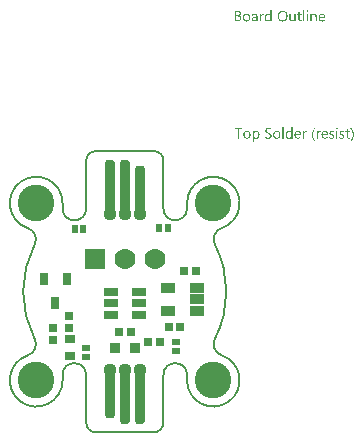
<source format=gts>
G04*
G04 #@! TF.GenerationSoftware,Altium Limited,Altium Designer,21.8.1 (53)*
G04*
G04 Layer_Color=8388736*
%FSAX25Y25*%
%MOIN*%
G70*
G04*
G04 #@! TF.SameCoordinates,3D78823A-5127-4E2D-B847-EBBA5DFBE1E7*
G04*
G04*
G04 #@! TF.FilePolarity,Negative*
G04*
G01*
G75*
%ADD13C,0.00787*%
%ADD25R,0.04528X0.02953*%
%ADD26R,0.02559X0.02756*%
%ADD27R,0.02559X0.02756*%
%ADD28R,0.02756X0.02559*%
%ADD29R,0.02756X0.02559*%
%ADD30R,0.02953X0.04134*%
%ADD31R,0.01968X0.03150*%
%ADD32R,0.03150X0.01968*%
G04:AMPARAMS|DCode=33|XSize=35.43mil|YSize=169.29mil|CornerRadius=13.82mil|HoleSize=0mil|Usage=FLASHONLY|Rotation=180.000|XOffset=0mil|YOffset=0mil|HoleType=Round|Shape=RoundedRectangle|*
%AMROUNDEDRECTD33*
21,1,0.03543,0.14165,0,0,180.0*
21,1,0.00780,0.16929,0,0,180.0*
1,1,0.02764,-0.00390,0.07083*
1,1,0.02764,0.00390,0.07083*
1,1,0.02764,0.00390,-0.07083*
1,1,0.02764,-0.00390,-0.07083*
%
%ADD33ROUNDEDRECTD33*%
G04:AMPARAMS|DCode=34|XSize=35.43mil|YSize=188.98mil|CornerRadius=13.82mil|HoleSize=0mil|Usage=FLASHONLY|Rotation=180.000|XOffset=0mil|YOffset=0mil|HoleType=Round|Shape=RoundedRectangle|*
%AMROUNDEDRECTD34*
21,1,0.03543,0.16134,0,0,180.0*
21,1,0.00780,0.18898,0,0,180.0*
1,1,0.02764,-0.00390,0.08067*
1,1,0.02764,0.00390,0.08067*
1,1,0.02764,0.00390,-0.08067*
1,1,0.02764,-0.00390,-0.08067*
%
%ADD34ROUNDEDRECTD34*%
%ADD35R,0.03740X0.02953*%
%ADD36R,0.04528X0.03347*%
%ADD37R,0.03740X0.03740*%
%ADD38C,0.06969*%
%ADD39R,0.06969X0.06969*%
%ADD40C,0.04370*%
%ADD41C,0.00591*%
%ADD42C,0.12205*%
G36*
X0060922Y0119764D02*
X0060946D01*
X0061002Y0119739D01*
X0061033Y0119720D01*
X0061064Y0119695D01*
X0061070Y0119689D01*
X0061076Y0119683D01*
X0061107Y0119646D01*
X0061132Y0119584D01*
X0061138Y0119547D01*
X0061145Y0119510D01*
Y0119503D01*
Y0119491D01*
X0061138Y0119473D01*
X0061132Y0119448D01*
X0061114Y0119386D01*
X0061089Y0119355D01*
X0061064Y0119324D01*
X0061058D01*
X0061052Y0119312D01*
X0061014Y0119287D01*
X0060959Y0119262D01*
X0060922Y0119256D01*
X0060884Y0119250D01*
X0060866D01*
X0060847Y0119256D01*
X0060823D01*
X0060761Y0119281D01*
X0060730Y0119293D01*
X0060699Y0119318D01*
Y0119324D01*
X0060686Y0119330D01*
X0060674Y0119349D01*
X0060662Y0119367D01*
X0060637Y0119429D01*
X0060631Y0119466D01*
X0060625Y0119510D01*
Y0119516D01*
Y0119528D01*
X0060631Y0119547D01*
X0060637Y0119578D01*
X0060655Y0119633D01*
X0060674Y0119665D01*
X0060699Y0119695D01*
X0060705Y0119702D01*
X0060711Y0119708D01*
X0060748Y0119733D01*
X0060810Y0119757D01*
X0060847Y0119770D01*
X0060903D01*
X0060922Y0119764D01*
D02*
G37*
G36*
X0048932Y0116099D02*
X0048529D01*
Y0116520D01*
X0048517D01*
Y0116514D01*
X0048504Y0116501D01*
X0048486Y0116477D01*
X0048467Y0116446D01*
X0048436Y0116409D01*
X0048399Y0116371D01*
X0048356Y0116328D01*
X0048307Y0116285D01*
X0048251Y0116235D01*
X0048183Y0116192D01*
X0048115Y0116155D01*
X0048034Y0116118D01*
X0047954Y0116087D01*
X0047861Y0116062D01*
X0047762Y0116050D01*
X0047657Y0116043D01*
X0047613D01*
X0047576Y0116050D01*
X0047539Y0116056D01*
X0047489Y0116062D01*
X0047384Y0116087D01*
X0047260Y0116124D01*
X0047137Y0116186D01*
X0047069Y0116223D01*
X0047013Y0116266D01*
X0046951Y0116322D01*
X0046895Y0116378D01*
Y0116384D01*
X0046883Y0116396D01*
X0046870Y0116415D01*
X0046852Y0116439D01*
X0046833Y0116470D01*
X0046808Y0116514D01*
X0046784Y0116563D01*
X0046759Y0116619D01*
X0046728Y0116681D01*
X0046703Y0116749D01*
X0046679Y0116823D01*
X0046660Y0116904D01*
X0046641Y0116990D01*
X0046629Y0117089D01*
X0046623Y0117189D01*
X0046617Y0117294D01*
Y0117300D01*
Y0117318D01*
Y0117356D01*
X0046623Y0117399D01*
X0046629Y0117448D01*
X0046635Y0117510D01*
X0046641Y0117578D01*
X0046654Y0117653D01*
X0046691Y0117814D01*
X0046747Y0117981D01*
X0046784Y0118061D01*
X0046827Y0118142D01*
X0046870Y0118216D01*
X0046926Y0118290D01*
X0046932Y0118297D01*
X0046938Y0118309D01*
X0046957Y0118327D01*
X0046982Y0118352D01*
X0047013Y0118377D01*
X0047056Y0118408D01*
X0047099Y0118445D01*
X0047149Y0118482D01*
X0047273Y0118550D01*
X0047415Y0118612D01*
X0047496Y0118631D01*
X0047582Y0118649D01*
X0047669Y0118662D01*
X0047768Y0118668D01*
X0047818D01*
X0047855Y0118662D01*
X0047892Y0118656D01*
X0047941Y0118649D01*
X0048053Y0118618D01*
X0048177Y0118569D01*
X0048238Y0118538D01*
X0048300Y0118495D01*
X0048362Y0118451D01*
X0048418Y0118395D01*
X0048467Y0118334D01*
X0048517Y0118259D01*
X0048529D01*
Y0119819D01*
X0048932D01*
Y0116099D01*
D02*
G37*
G36*
X0063200Y0118662D02*
X0063274Y0118656D01*
X0063367Y0118637D01*
X0063466Y0118606D01*
X0063571Y0118556D01*
X0063676Y0118488D01*
X0063720Y0118451D01*
X0063763Y0118402D01*
X0063775Y0118389D01*
X0063800Y0118352D01*
X0063831Y0118290D01*
X0063874Y0118204D01*
X0063911Y0118098D01*
X0063949Y0117968D01*
X0063973Y0117814D01*
X0063980Y0117634D01*
Y0116099D01*
X0063577D01*
Y0117529D01*
Y0117535D01*
Y0117566D01*
X0063571Y0117603D01*
Y0117653D01*
X0063559Y0117715D01*
X0063546Y0117783D01*
X0063528Y0117857D01*
X0063503Y0117931D01*
X0063472Y0118006D01*
X0063435Y0118074D01*
X0063385Y0118142D01*
X0063330Y0118204D01*
X0063268Y0118253D01*
X0063187Y0118290D01*
X0063101Y0118321D01*
X0062995Y0118327D01*
X0062983D01*
X0062946Y0118321D01*
X0062890Y0118315D01*
X0062822Y0118297D01*
X0062742Y0118272D01*
X0062655Y0118228D01*
X0062574Y0118173D01*
X0062494Y0118098D01*
X0062488Y0118086D01*
X0062463Y0118061D01*
X0062432Y0118012D01*
X0062395Y0117944D01*
X0062358Y0117863D01*
X0062327Y0117764D01*
X0062302Y0117653D01*
X0062296Y0117529D01*
Y0116099D01*
X0061893D01*
Y0118612D01*
X0062296D01*
Y0118191D01*
X0062308D01*
X0062314Y0118197D01*
X0062321Y0118210D01*
X0062339Y0118235D01*
X0062364Y0118265D01*
X0062389Y0118303D01*
X0062426Y0118340D01*
X0062469Y0118383D01*
X0062519Y0118433D01*
X0062574Y0118476D01*
X0062636Y0118519D01*
X0062704Y0118556D01*
X0062779Y0118594D01*
X0062853Y0118624D01*
X0062940Y0118649D01*
X0063033Y0118662D01*
X0063131Y0118668D01*
X0063169D01*
X0063200Y0118662D01*
D02*
G37*
G36*
X0046202Y0118649D02*
X0046276Y0118643D01*
X0046319Y0118631D01*
X0046350Y0118618D01*
Y0118204D01*
X0046344Y0118210D01*
X0046332Y0118216D01*
X0046307Y0118228D01*
X0046276Y0118247D01*
X0046233Y0118259D01*
X0046177Y0118272D01*
X0046115Y0118278D01*
X0046047Y0118284D01*
X0046035D01*
X0046004Y0118278D01*
X0045954Y0118272D01*
X0045899Y0118253D01*
X0045824Y0118222D01*
X0045756Y0118179D01*
X0045682Y0118117D01*
X0045614Y0118036D01*
X0045608Y0118024D01*
X0045589Y0117993D01*
X0045558Y0117938D01*
X0045527Y0117863D01*
X0045496Y0117770D01*
X0045465Y0117653D01*
X0045447Y0117523D01*
X0045441Y0117374D01*
Y0116099D01*
X0045038D01*
Y0118612D01*
X0045441D01*
Y0118092D01*
X0045453D01*
Y0118098D01*
X0045459Y0118105D01*
X0045471Y0118135D01*
X0045490Y0118185D01*
X0045521Y0118247D01*
X0045552Y0118309D01*
X0045601Y0118377D01*
X0045651Y0118445D01*
X0045713Y0118507D01*
X0045719Y0118513D01*
X0045744Y0118532D01*
X0045781Y0118556D01*
X0045831Y0118581D01*
X0045886Y0118606D01*
X0045954Y0118631D01*
X0046029Y0118649D01*
X0046109Y0118656D01*
X0046165D01*
X0046202Y0118649D01*
D02*
G37*
G36*
X0056941Y0116099D02*
X0056539D01*
Y0116495D01*
X0056527D01*
Y0116489D01*
X0056514Y0116477D01*
X0056502Y0116452D01*
X0056477Y0116427D01*
X0056422Y0116353D01*
X0056335Y0116272D01*
X0056285Y0116229D01*
X0056230Y0116186D01*
X0056168Y0116149D01*
X0056094Y0116111D01*
X0056019Y0116087D01*
X0055939Y0116062D01*
X0055846Y0116050D01*
X0055753Y0116043D01*
X0055716D01*
X0055673Y0116050D01*
X0055611Y0116062D01*
X0055543Y0116074D01*
X0055468Y0116099D01*
X0055388Y0116130D01*
X0055307Y0116180D01*
X0055221Y0116235D01*
X0055140Y0116303D01*
X0055066Y0116390D01*
X0054998Y0116495D01*
X0054936Y0116613D01*
X0054893Y0116755D01*
X0054868Y0116922D01*
X0054856Y0117009D01*
Y0117108D01*
Y0118612D01*
X0055252D01*
Y0117170D01*
Y0117164D01*
Y0117139D01*
X0055258Y0117096D01*
X0055264Y0117046D01*
X0055270Y0116984D01*
X0055283Y0116922D01*
X0055301Y0116848D01*
X0055326Y0116774D01*
X0055363Y0116700D01*
X0055400Y0116631D01*
X0055450Y0116563D01*
X0055512Y0116501D01*
X0055580Y0116452D01*
X0055660Y0116415D01*
X0055759Y0116384D01*
X0055864Y0116378D01*
X0055877D01*
X0055914Y0116384D01*
X0055970Y0116390D01*
X0056032Y0116402D01*
X0056112Y0116433D01*
X0056192Y0116470D01*
X0056273Y0116520D01*
X0056347Y0116594D01*
X0056353Y0116607D01*
X0056378Y0116631D01*
X0056409Y0116681D01*
X0056446Y0116749D01*
X0056477Y0116829D01*
X0056508Y0116929D01*
X0056533Y0117040D01*
X0056539Y0117164D01*
Y0118612D01*
X0056941D01*
Y0116099D01*
D02*
G37*
G36*
X0061076D02*
X0060674D01*
Y0118612D01*
X0061076D01*
Y0116099D01*
D02*
G37*
G36*
X0059857D02*
X0059455D01*
Y0119819D01*
X0059857D01*
Y0116099D01*
D02*
G37*
G36*
X0043478Y0118662D02*
X0043534Y0118656D01*
X0043602Y0118637D01*
X0043676Y0118618D01*
X0043757Y0118587D01*
X0043843Y0118550D01*
X0043924Y0118501D01*
X0044004Y0118439D01*
X0044079Y0118365D01*
X0044147Y0118272D01*
X0044203Y0118166D01*
X0044246Y0118043D01*
X0044271Y0117900D01*
X0044283Y0117733D01*
Y0116099D01*
X0043881D01*
Y0116489D01*
X0043868D01*
Y0116483D01*
X0043856Y0116470D01*
X0043843Y0116446D01*
X0043819Y0116421D01*
X0043757Y0116347D01*
X0043676Y0116266D01*
X0043565Y0116186D01*
X0043435Y0116111D01*
X0043354Y0116087D01*
X0043274Y0116062D01*
X0043187Y0116050D01*
X0043095Y0116043D01*
X0043057D01*
X0043033Y0116050D01*
X0042965Y0116056D01*
X0042884Y0116068D01*
X0042785Y0116093D01*
X0042692Y0116124D01*
X0042593Y0116173D01*
X0042506Y0116235D01*
X0042500Y0116248D01*
X0042476Y0116272D01*
X0042438Y0116316D01*
X0042401Y0116378D01*
X0042364Y0116452D01*
X0042327Y0116539D01*
X0042302Y0116644D01*
X0042296Y0116761D01*
Y0116768D01*
Y0116792D01*
X0042302Y0116829D01*
X0042308Y0116873D01*
X0042321Y0116929D01*
X0042339Y0116990D01*
X0042364Y0117059D01*
X0042401Y0117127D01*
X0042445Y0117201D01*
X0042500Y0117275D01*
X0042568Y0117343D01*
X0042649Y0117405D01*
X0042742Y0117467D01*
X0042853Y0117517D01*
X0042977Y0117554D01*
X0043125Y0117585D01*
X0043881Y0117690D01*
Y0117696D01*
Y0117715D01*
X0043874Y0117752D01*
Y0117789D01*
X0043862Y0117838D01*
X0043856Y0117894D01*
X0043819Y0118012D01*
X0043788Y0118068D01*
X0043757Y0118123D01*
X0043714Y0118179D01*
X0043664Y0118228D01*
X0043602Y0118272D01*
X0043534Y0118303D01*
X0043453Y0118321D01*
X0043361Y0118327D01*
X0043317D01*
X0043286Y0118321D01*
X0043243D01*
X0043200Y0118309D01*
X0043088Y0118290D01*
X0042965Y0118253D01*
X0042828Y0118197D01*
X0042754Y0118160D01*
X0042686Y0118123D01*
X0042612Y0118074D01*
X0042544Y0118018D01*
Y0118433D01*
X0042550D01*
X0042562Y0118445D01*
X0042581Y0118457D01*
X0042612Y0118470D01*
X0042643Y0118488D01*
X0042686Y0118507D01*
X0042735Y0118526D01*
X0042791Y0118550D01*
X0042915Y0118594D01*
X0043064Y0118631D01*
X0043224Y0118656D01*
X0043398Y0118668D01*
X0043435D01*
X0043478Y0118662D01*
D02*
G37*
G36*
X0037790Y0119609D02*
X0037833D01*
X0037876Y0119603D01*
X0037975Y0119590D01*
X0038093Y0119559D01*
X0038217Y0119522D01*
X0038334Y0119466D01*
X0038440Y0119392D01*
X0038446D01*
X0038452Y0119380D01*
X0038483Y0119355D01*
X0038526Y0119305D01*
X0038576Y0119237D01*
X0038619Y0119151D01*
X0038662Y0119052D01*
X0038693Y0118940D01*
X0038706Y0118878D01*
Y0118810D01*
Y0118804D01*
Y0118798D01*
Y0118761D01*
X0038700Y0118705D01*
X0038687Y0118637D01*
X0038669Y0118550D01*
X0038638Y0118464D01*
X0038601Y0118377D01*
X0038545Y0118290D01*
X0038539Y0118278D01*
X0038514Y0118253D01*
X0038477Y0118216D01*
X0038427Y0118166D01*
X0038365Y0118117D01*
X0038291Y0118061D01*
X0038198Y0118018D01*
X0038099Y0117975D01*
Y0117968D01*
X0038118D01*
X0038136Y0117962D01*
X0038155Y0117956D01*
X0038223Y0117944D01*
X0038303Y0117919D01*
X0038390Y0117882D01*
X0038483Y0117838D01*
X0038576Y0117777D01*
X0038662Y0117696D01*
X0038675Y0117684D01*
X0038700Y0117653D01*
X0038730Y0117609D01*
X0038774Y0117541D01*
X0038811Y0117455D01*
X0038848Y0117356D01*
X0038873Y0117238D01*
X0038879Y0117108D01*
Y0117102D01*
Y0117089D01*
Y0117065D01*
X0038873Y0117034D01*
X0038867Y0116997D01*
X0038860Y0116953D01*
X0038836Y0116848D01*
X0038799Y0116730D01*
X0038743Y0116607D01*
X0038706Y0116551D01*
X0038662Y0116489D01*
X0038607Y0116433D01*
X0038551Y0116378D01*
X0038545D01*
X0038539Y0116365D01*
X0038520Y0116353D01*
X0038495Y0116334D01*
X0038464Y0116316D01*
X0038421Y0116291D01*
X0038328Y0116241D01*
X0038211Y0116186D01*
X0038074Y0116142D01*
X0037914Y0116111D01*
X0037833Y0116105D01*
X0037740Y0116099D01*
X0036713D01*
Y0119615D01*
X0037759D01*
X0037790Y0119609D01*
D02*
G37*
G36*
X0058285Y0118612D02*
X0058922D01*
Y0118265D01*
X0058285D01*
Y0116848D01*
Y0116836D01*
Y0116805D01*
X0058291Y0116761D01*
X0058297Y0116706D01*
X0058322Y0116588D01*
X0058340Y0116532D01*
X0058371Y0116489D01*
X0058378Y0116483D01*
X0058390Y0116470D01*
X0058408Y0116458D01*
X0058439Y0116439D01*
X0058477Y0116415D01*
X0058526Y0116402D01*
X0058588Y0116390D01*
X0058656Y0116384D01*
X0058681D01*
X0058712Y0116390D01*
X0058749Y0116396D01*
X0058836Y0116421D01*
X0058879Y0116439D01*
X0058922Y0116464D01*
Y0116118D01*
X0058916D01*
X0058898Y0116105D01*
X0058867Y0116099D01*
X0058823Y0116087D01*
X0058768Y0116074D01*
X0058706Y0116062D01*
X0058631Y0116056D01*
X0058545Y0116050D01*
X0058514D01*
X0058483Y0116056D01*
X0058439Y0116062D01*
X0058390Y0116074D01*
X0058334Y0116087D01*
X0058279Y0116111D01*
X0058217Y0116142D01*
X0058155Y0116180D01*
X0058093Y0116229D01*
X0058037Y0116285D01*
X0057988Y0116359D01*
X0057944Y0116439D01*
X0057913Y0116539D01*
X0057889Y0116650D01*
X0057882Y0116780D01*
Y0118265D01*
X0057455D01*
Y0118612D01*
X0057882D01*
Y0119225D01*
X0058285Y0119355D01*
Y0118612D01*
D02*
G37*
G36*
X0065812Y0118662D02*
X0065855Y0118656D01*
X0065898Y0118649D01*
X0066010Y0118631D01*
X0066134Y0118587D01*
X0066258Y0118532D01*
X0066319Y0118495D01*
X0066381Y0118451D01*
X0066437Y0118402D01*
X0066493Y0118346D01*
X0066499Y0118340D01*
X0066505Y0118334D01*
X0066517Y0118315D01*
X0066536Y0118290D01*
X0066555Y0118253D01*
X0066579Y0118216D01*
X0066604Y0118173D01*
X0066629Y0118117D01*
X0066654Y0118055D01*
X0066678Y0117993D01*
X0066703Y0117919D01*
X0066722Y0117838D01*
X0066740Y0117752D01*
X0066753Y0117665D01*
X0066765Y0117566D01*
Y0117461D01*
Y0117250D01*
X0064988D01*
Y0117244D01*
Y0117232D01*
Y0117213D01*
X0064995Y0117182D01*
X0065001Y0117145D01*
Y0117108D01*
X0065020Y0117009D01*
X0065050Y0116910D01*
X0065087Y0116798D01*
X0065143Y0116693D01*
X0065211Y0116600D01*
X0065224Y0116588D01*
X0065249Y0116563D01*
X0065298Y0116532D01*
X0065366Y0116489D01*
X0065453Y0116446D01*
X0065552Y0116415D01*
X0065669Y0116390D01*
X0065806Y0116378D01*
X0065849D01*
X0065880Y0116384D01*
X0065917D01*
X0065960Y0116390D01*
X0066066Y0116415D01*
X0066183Y0116446D01*
X0066313Y0116495D01*
X0066449Y0116563D01*
X0066517Y0116607D01*
X0066585Y0116656D01*
Y0116279D01*
X0066579D01*
X0066573Y0116266D01*
X0066555Y0116260D01*
X0066524Y0116241D01*
X0066493Y0116223D01*
X0066456Y0116204D01*
X0066406Y0116186D01*
X0066356Y0116161D01*
X0066295Y0116136D01*
X0066227Y0116118D01*
X0066078Y0116080D01*
X0065905Y0116056D01*
X0065713Y0116043D01*
X0065663D01*
X0065626Y0116050D01*
X0065583Y0116056D01*
X0065527Y0116062D01*
X0065409Y0116087D01*
X0065273Y0116124D01*
X0065137Y0116186D01*
X0065069Y0116229D01*
X0065001Y0116272D01*
X0064939Y0116322D01*
X0064877Y0116384D01*
X0064871Y0116390D01*
X0064865Y0116402D01*
X0064852Y0116421D01*
X0064828Y0116446D01*
X0064809Y0116483D01*
X0064784Y0116526D01*
X0064753Y0116576D01*
X0064728Y0116631D01*
X0064698Y0116693D01*
X0064673Y0116768D01*
X0064642Y0116848D01*
X0064623Y0116935D01*
X0064605Y0117027D01*
X0064586Y0117127D01*
X0064580Y0117232D01*
X0064574Y0117343D01*
Y0117349D01*
Y0117368D01*
Y0117399D01*
X0064580Y0117442D01*
X0064586Y0117492D01*
X0064592Y0117548D01*
X0064599Y0117616D01*
X0064617Y0117684D01*
X0064654Y0117832D01*
X0064710Y0117993D01*
X0064747Y0118074D01*
X0064797Y0118148D01*
X0064846Y0118228D01*
X0064902Y0118297D01*
X0064908Y0118303D01*
X0064920Y0118315D01*
X0064939Y0118334D01*
X0064964Y0118352D01*
X0064995Y0118383D01*
X0065032Y0118414D01*
X0065081Y0118445D01*
X0065131Y0118482D01*
X0065249Y0118550D01*
X0065391Y0118612D01*
X0065471Y0118631D01*
X0065552Y0118649D01*
X0065639Y0118662D01*
X0065731Y0118668D01*
X0065781D01*
X0065812Y0118662D01*
D02*
G37*
G36*
X0052769Y0119671D02*
X0052831Y0119665D01*
X0052906Y0119652D01*
X0052986Y0119633D01*
X0053073Y0119615D01*
X0053159Y0119590D01*
X0053259Y0119559D01*
X0053351Y0119516D01*
X0053450Y0119466D01*
X0053549Y0119411D01*
X0053642Y0119343D01*
X0053735Y0119268D01*
X0053822Y0119182D01*
X0053828Y0119176D01*
X0053840Y0119157D01*
X0053865Y0119132D01*
X0053890Y0119095D01*
X0053927Y0119045D01*
X0053964Y0118984D01*
X0054001Y0118915D01*
X0054045Y0118841D01*
X0054088Y0118748D01*
X0054125Y0118656D01*
X0054162Y0118550D01*
X0054199Y0118433D01*
X0054224Y0118315D01*
X0054249Y0118185D01*
X0054261Y0118043D01*
X0054267Y0117900D01*
Y0117888D01*
Y0117863D01*
Y0117820D01*
X0054261Y0117758D01*
X0054255Y0117684D01*
X0054243Y0117603D01*
X0054230Y0117510D01*
X0054212Y0117405D01*
X0054187Y0117300D01*
X0054156Y0117189D01*
X0054119Y0117077D01*
X0054075Y0116966D01*
X0054020Y0116848D01*
X0053958Y0116743D01*
X0053890Y0116638D01*
X0053809Y0116539D01*
X0053803Y0116532D01*
X0053791Y0116520D01*
X0053760Y0116495D01*
X0053729Y0116464D01*
X0053679Y0116421D01*
X0053624Y0116384D01*
X0053562Y0116334D01*
X0053487Y0116291D01*
X0053407Y0116248D01*
X0053314Y0116198D01*
X0053215Y0116161D01*
X0053104Y0116124D01*
X0052986Y0116087D01*
X0052862Y0116062D01*
X0052732Y0116050D01*
X0052590Y0116043D01*
X0052559D01*
X0052516Y0116050D01*
X0052466D01*
X0052404Y0116056D01*
X0052330Y0116068D01*
X0052249Y0116087D01*
X0052157Y0116105D01*
X0052064Y0116130D01*
X0051965Y0116161D01*
X0051866Y0116204D01*
X0051767Y0116248D01*
X0051668Y0116303D01*
X0051569Y0116371D01*
X0051476Y0116446D01*
X0051389Y0116532D01*
X0051383Y0116539D01*
X0051371Y0116557D01*
X0051346Y0116582D01*
X0051321Y0116619D01*
X0051284Y0116668D01*
X0051247Y0116730D01*
X0051210Y0116798D01*
X0051166Y0116879D01*
X0051123Y0116966D01*
X0051086Y0117059D01*
X0051049Y0117164D01*
X0051012Y0117281D01*
X0050987Y0117399D01*
X0050962Y0117529D01*
X0050950Y0117671D01*
X0050943Y0117814D01*
Y0117826D01*
Y0117851D01*
X0050950Y0117894D01*
Y0117956D01*
X0050956Y0118024D01*
X0050968Y0118111D01*
X0050981Y0118204D01*
X0050999Y0118303D01*
X0051024Y0118408D01*
X0051055Y0118519D01*
X0051092Y0118631D01*
X0051135Y0118742D01*
X0051191Y0118854D01*
X0051253Y0118965D01*
X0051321Y0119070D01*
X0051402Y0119169D01*
X0051408Y0119176D01*
X0051420Y0119194D01*
X0051451Y0119219D01*
X0051488Y0119250D01*
X0051531Y0119287D01*
X0051587Y0119330D01*
X0051655Y0119374D01*
X0051730Y0119423D01*
X0051816Y0119473D01*
X0051909Y0119516D01*
X0052008Y0119559D01*
X0052119Y0119596D01*
X0052243Y0119627D01*
X0052373Y0119658D01*
X0052509Y0119671D01*
X0052652Y0119677D01*
X0052720D01*
X0052769Y0119671D01*
D02*
G37*
G36*
X0040742Y0118662D02*
X0040786Y0118656D01*
X0040841Y0118649D01*
X0040965Y0118624D01*
X0041107Y0118581D01*
X0041250Y0118519D01*
X0041324Y0118482D01*
X0041392Y0118439D01*
X0041460Y0118383D01*
X0041522Y0118321D01*
X0041528Y0118315D01*
X0041535Y0118303D01*
X0041553Y0118284D01*
X0041572Y0118259D01*
X0041596Y0118222D01*
X0041621Y0118179D01*
X0041652Y0118129D01*
X0041683Y0118074D01*
X0041708Y0118006D01*
X0041739Y0117938D01*
X0041764Y0117857D01*
X0041788Y0117770D01*
X0041807Y0117677D01*
X0041826Y0117578D01*
X0041832Y0117473D01*
X0041838Y0117362D01*
Y0117356D01*
Y0117337D01*
Y0117306D01*
X0041832Y0117263D01*
X0041826Y0117213D01*
X0041819Y0117151D01*
X0041807Y0117089D01*
X0041795Y0117015D01*
X0041757Y0116867D01*
X0041695Y0116706D01*
X0041658Y0116625D01*
X0041609Y0116545D01*
X0041559Y0116470D01*
X0041497Y0116402D01*
X0041491Y0116396D01*
X0041479Y0116390D01*
X0041460Y0116371D01*
X0041436Y0116347D01*
X0041398Y0116322D01*
X0041361Y0116291D01*
X0041312Y0116254D01*
X0041256Y0116223D01*
X0041194Y0116192D01*
X0041126Y0116155D01*
X0041052Y0116124D01*
X0040971Y0116099D01*
X0040885Y0116074D01*
X0040792Y0116062D01*
X0040693Y0116050D01*
X0040587Y0116043D01*
X0040532D01*
X0040495Y0116050D01*
X0040451Y0116056D01*
X0040396Y0116062D01*
X0040334Y0116074D01*
X0040266Y0116087D01*
X0040123Y0116130D01*
X0039975Y0116192D01*
X0039900Y0116229D01*
X0039832Y0116279D01*
X0039764Y0116328D01*
X0039696Y0116390D01*
X0039690Y0116396D01*
X0039684Y0116409D01*
X0039665Y0116427D01*
X0039647Y0116452D01*
X0039622Y0116489D01*
X0039591Y0116532D01*
X0039560Y0116582D01*
X0039535Y0116638D01*
X0039504Y0116706D01*
X0039473Y0116774D01*
X0039442Y0116848D01*
X0039418Y0116935D01*
X0039380Y0117120D01*
X0039374Y0117219D01*
X0039368Y0117325D01*
Y0117331D01*
Y0117356D01*
Y0117387D01*
X0039374Y0117430D01*
X0039380Y0117479D01*
X0039387Y0117541D01*
X0039399Y0117609D01*
X0039411Y0117684D01*
X0039449Y0117845D01*
X0039511Y0118006D01*
X0039554Y0118086D01*
X0039597Y0118166D01*
X0039647Y0118241D01*
X0039709Y0118309D01*
X0039715Y0118315D01*
X0039727Y0118327D01*
X0039746Y0118340D01*
X0039770Y0118365D01*
X0039808Y0118389D01*
X0039851Y0118420D01*
X0039900Y0118457D01*
X0039956Y0118488D01*
X0040018Y0118519D01*
X0040092Y0118556D01*
X0040167Y0118587D01*
X0040253Y0118612D01*
X0040340Y0118637D01*
X0040439Y0118656D01*
X0040544Y0118662D01*
X0040649Y0118668D01*
X0040705D01*
X0040742Y0118662D01*
D02*
G37*
G36*
X0070739Y0080702D02*
X0070764D01*
X0070819Y0080677D01*
X0070850Y0080658D01*
X0070881Y0080634D01*
X0070888Y0080627D01*
X0070894Y0080621D01*
X0070925Y0080584D01*
X0070950Y0080522D01*
X0070956Y0080485D01*
X0070962Y0080448D01*
Y0080442D01*
Y0080429D01*
X0070956Y0080411D01*
X0070950Y0080386D01*
X0070931Y0080324D01*
X0070906Y0080293D01*
X0070881Y0080262D01*
X0070875D01*
X0070869Y0080250D01*
X0070832Y0080225D01*
X0070776Y0080200D01*
X0070739Y0080194D01*
X0070702Y0080188D01*
X0070683D01*
X0070665Y0080194D01*
X0070640D01*
X0070578Y0080219D01*
X0070547Y0080231D01*
X0070516Y0080256D01*
Y0080262D01*
X0070504Y0080268D01*
X0070491Y0080287D01*
X0070479Y0080305D01*
X0070454Y0080367D01*
X0070448Y0080405D01*
X0070442Y0080448D01*
Y0080454D01*
Y0080466D01*
X0070448Y0080485D01*
X0070454Y0080516D01*
X0070473Y0080572D01*
X0070491Y0080603D01*
X0070516Y0080634D01*
X0070522Y0080640D01*
X0070529Y0080646D01*
X0070566Y0080671D01*
X0070628Y0080695D01*
X0070665Y0080708D01*
X0070720D01*
X0070739Y0080702D01*
D02*
G37*
G36*
X0048170Y0080609D02*
X0048220D01*
X0048331Y0080596D01*
X0048455Y0080584D01*
X0048579Y0080559D01*
X0048696Y0080528D01*
X0048746Y0080510D01*
X0048796Y0080485D01*
Y0080021D01*
X0048789D01*
X0048783Y0080033D01*
X0048765Y0080039D01*
X0048740Y0080058D01*
X0048709Y0080070D01*
X0048672Y0080089D01*
X0048579Y0080132D01*
X0048467Y0080169D01*
X0048331Y0080207D01*
X0048170Y0080231D01*
X0047997Y0080237D01*
X0047947D01*
X0047910Y0080231D01*
X0047873D01*
X0047824Y0080225D01*
X0047725Y0080207D01*
X0047718D01*
X0047700Y0080200D01*
X0047675Y0080194D01*
X0047644Y0080188D01*
X0047570Y0080157D01*
X0047483Y0080120D01*
X0047477D01*
X0047465Y0080107D01*
X0047446Y0080095D01*
X0047421Y0080076D01*
X0047366Y0080021D01*
X0047310Y0079953D01*
Y0079947D01*
X0047297Y0079934D01*
X0047291Y0079915D01*
X0047279Y0079885D01*
X0047267Y0079847D01*
X0047260Y0079810D01*
X0047248Y0079711D01*
Y0079705D01*
Y0079686D01*
Y0079662D01*
X0047254Y0079631D01*
X0047267Y0079557D01*
X0047297Y0079476D01*
Y0079470D01*
X0047310Y0079457D01*
X0047316Y0079439D01*
X0047335Y0079414D01*
X0047384Y0079358D01*
X0047446Y0079296D01*
X0047452Y0079290D01*
X0047465Y0079284D01*
X0047483Y0079266D01*
X0047514Y0079247D01*
X0047551Y0079222D01*
X0047588Y0079198D01*
X0047688Y0079136D01*
X0047694Y0079129D01*
X0047712Y0079123D01*
X0047743Y0079105D01*
X0047780Y0079086D01*
X0047830Y0079061D01*
X0047886Y0079036D01*
X0048009Y0078975D01*
X0048015Y0078969D01*
X0048040Y0078956D01*
X0048077Y0078938D01*
X0048127Y0078913D01*
X0048183Y0078888D01*
X0048245Y0078851D01*
X0048368Y0078777D01*
X0048375Y0078770D01*
X0048399Y0078758D01*
X0048430Y0078739D01*
X0048474Y0078708D01*
X0048566Y0078634D01*
X0048665Y0078548D01*
X0048672Y0078541D01*
X0048690Y0078529D01*
X0048709Y0078498D01*
X0048740Y0078467D01*
X0048771Y0078424D01*
X0048808Y0078380D01*
X0048870Y0078269D01*
X0048876Y0078263D01*
X0048882Y0078244D01*
X0048895Y0078213D01*
X0048907Y0078170D01*
X0048919Y0078120D01*
X0048932Y0078058D01*
X0048944Y0077997D01*
Y0077922D01*
Y0077910D01*
Y0077879D01*
X0048938Y0077829D01*
X0048932Y0077768D01*
X0048919Y0077700D01*
X0048901Y0077625D01*
X0048876Y0077551D01*
X0048839Y0077483D01*
X0048833Y0077477D01*
X0048820Y0077452D01*
X0048796Y0077421D01*
X0048771Y0077378D01*
X0048727Y0077334D01*
X0048684Y0077285D01*
X0048628Y0077235D01*
X0048566Y0077186D01*
X0048560Y0077179D01*
X0048535Y0077167D01*
X0048498Y0077149D01*
X0048449Y0077124D01*
X0048393Y0077099D01*
X0048325Y0077074D01*
X0048245Y0077050D01*
X0048164Y0077031D01*
X0048152D01*
X0048127Y0077025D01*
X0048084Y0077019D01*
X0048022Y0077006D01*
X0047954Y0077000D01*
X0047873Y0076988D01*
X0047787Y0076982D01*
X0047638D01*
X0047570Y0076988D01*
X0047483Y0076994D01*
X0047465D01*
X0047440Y0077000D01*
X0047409Y0077006D01*
X0047328Y0077012D01*
X0047236Y0077031D01*
X0047229D01*
X0047211Y0077037D01*
X0047186Y0077043D01*
X0047155Y0077050D01*
X0047081Y0077068D01*
X0046994Y0077093D01*
X0046988D01*
X0046976Y0077099D01*
X0046957Y0077105D01*
X0046932Y0077118D01*
X0046870Y0077142D01*
X0046808Y0077179D01*
Y0077662D01*
X0046815Y0077656D01*
X0046827Y0077650D01*
X0046839Y0077638D01*
X0046864Y0077619D01*
X0046932Y0077576D01*
X0047013Y0077526D01*
X0047019D01*
X0047031Y0077520D01*
X0047056Y0077508D01*
X0047087Y0077495D01*
X0047168Y0077458D01*
X0047254Y0077427D01*
X0047260D01*
X0047279Y0077421D01*
X0047304Y0077415D01*
X0047335Y0077409D01*
X0047421Y0077384D01*
X0047514Y0077365D01*
X0047539D01*
X0047564Y0077359D01*
X0047595D01*
X0047669Y0077353D01*
X0047756Y0077347D01*
X0047818D01*
X0047886Y0077353D01*
X0047972Y0077365D01*
X0048065Y0077378D01*
X0048158Y0077402D01*
X0048245Y0077439D01*
X0048325Y0077483D01*
X0048331Y0077489D01*
X0048356Y0077508D01*
X0048387Y0077545D01*
X0048418Y0077588D01*
X0048455Y0077644D01*
X0048480Y0077718D01*
X0048504Y0077799D01*
X0048511Y0077891D01*
Y0077898D01*
Y0077916D01*
Y0077941D01*
X0048504Y0077978D01*
X0048486Y0078058D01*
X0048449Y0078139D01*
Y0078145D01*
X0048436Y0078158D01*
X0048424Y0078176D01*
X0048406Y0078201D01*
X0048350Y0078263D01*
X0048276Y0078331D01*
X0048269Y0078337D01*
X0048257Y0078350D01*
X0048232Y0078362D01*
X0048201Y0078387D01*
X0048164Y0078411D01*
X0048121Y0078442D01*
X0048015Y0078498D01*
X0048009Y0078504D01*
X0047991Y0078510D01*
X0047960Y0078529D01*
X0047916Y0078548D01*
X0047873Y0078579D01*
X0047818Y0078603D01*
X0047688Y0078671D01*
X0047681Y0078677D01*
X0047657Y0078690D01*
X0047619Y0078708D01*
X0047576Y0078727D01*
X0047526Y0078758D01*
X0047471Y0078789D01*
X0047347Y0078857D01*
X0047341Y0078863D01*
X0047322Y0078876D01*
X0047291Y0078894D01*
X0047254Y0078919D01*
X0047161Y0078987D01*
X0047069Y0079067D01*
X0047062Y0079074D01*
X0047050Y0079086D01*
X0047025Y0079111D01*
X0047000Y0079142D01*
X0046969Y0079185D01*
X0046938Y0079228D01*
X0046883Y0079327D01*
Y0079334D01*
X0046870Y0079352D01*
X0046864Y0079383D01*
X0046852Y0079426D01*
X0046839Y0079476D01*
X0046827Y0079538D01*
X0046821Y0079600D01*
X0046815Y0079674D01*
Y0079686D01*
Y0079717D01*
X0046821Y0079761D01*
X0046827Y0079817D01*
X0046839Y0079885D01*
X0046858Y0079953D01*
X0046883Y0080021D01*
X0046920Y0080089D01*
X0046926Y0080095D01*
X0046938Y0080120D01*
X0046963Y0080151D01*
X0046994Y0080194D01*
X0047031Y0080237D01*
X0047081Y0080287D01*
X0047137Y0080336D01*
X0047199Y0080380D01*
X0047205Y0080386D01*
X0047229Y0080398D01*
X0047267Y0080423D01*
X0047310Y0080448D01*
X0047372Y0080473D01*
X0047434Y0080504D01*
X0047508Y0080528D01*
X0047588Y0080553D01*
X0047601D01*
X0047626Y0080566D01*
X0047669Y0080572D01*
X0047731Y0080584D01*
X0047799Y0080596D01*
X0047873Y0080603D01*
X0048040Y0080615D01*
X0048127D01*
X0048170Y0080609D01*
D02*
G37*
G36*
X0055902Y0077037D02*
X0055499D01*
Y0077458D01*
X0055487D01*
Y0077452D01*
X0055475Y0077439D01*
X0055456Y0077415D01*
X0055437Y0077384D01*
X0055406Y0077347D01*
X0055369Y0077310D01*
X0055326Y0077266D01*
X0055276Y0077223D01*
X0055221Y0077173D01*
X0055153Y0077130D01*
X0055085Y0077093D01*
X0055004Y0077056D01*
X0054924Y0077025D01*
X0054831Y0077000D01*
X0054732Y0076988D01*
X0054626Y0076982D01*
X0054583D01*
X0054546Y0076988D01*
X0054509Y0076994D01*
X0054459Y0077000D01*
X0054354Y0077025D01*
X0054230Y0077062D01*
X0054106Y0077124D01*
X0054038Y0077161D01*
X0053983Y0077204D01*
X0053921Y0077260D01*
X0053865Y0077316D01*
Y0077322D01*
X0053853Y0077334D01*
X0053840Y0077353D01*
X0053822Y0077378D01*
X0053803Y0077409D01*
X0053778Y0077452D01*
X0053754Y0077501D01*
X0053729Y0077557D01*
X0053698Y0077619D01*
X0053673Y0077687D01*
X0053648Y0077761D01*
X0053630Y0077842D01*
X0053611Y0077929D01*
X0053599Y0078028D01*
X0053593Y0078127D01*
X0053587Y0078232D01*
Y0078238D01*
Y0078257D01*
Y0078294D01*
X0053593Y0078337D01*
X0053599Y0078387D01*
X0053605Y0078448D01*
X0053611Y0078517D01*
X0053624Y0078591D01*
X0053661Y0078752D01*
X0053716Y0078919D01*
X0053754Y0078999D01*
X0053797Y0079080D01*
X0053840Y0079154D01*
X0053896Y0079228D01*
X0053902Y0079235D01*
X0053908Y0079247D01*
X0053927Y0079266D01*
X0053952Y0079290D01*
X0053983Y0079315D01*
X0054026Y0079346D01*
X0054069Y0079383D01*
X0054119Y0079420D01*
X0054243Y0079488D01*
X0054385Y0079550D01*
X0054466Y0079569D01*
X0054552Y0079588D01*
X0054639Y0079600D01*
X0054738Y0079606D01*
X0054787D01*
X0054825Y0079600D01*
X0054862Y0079594D01*
X0054911Y0079588D01*
X0055023Y0079557D01*
X0055146Y0079507D01*
X0055208Y0079476D01*
X0055270Y0079433D01*
X0055332Y0079389D01*
X0055388Y0079334D01*
X0055437Y0079272D01*
X0055487Y0079198D01*
X0055499D01*
Y0080757D01*
X0055902D01*
Y0077037D01*
D02*
G37*
G36*
X0043955Y0079600D02*
X0043998Y0079594D01*
X0044042Y0079588D01*
X0044153Y0079563D01*
X0044277Y0079526D01*
X0044401Y0079464D01*
X0044462Y0079426D01*
X0044524Y0079377D01*
X0044580Y0079327D01*
X0044636Y0079266D01*
X0044642Y0079259D01*
X0044648Y0079253D01*
X0044661Y0079228D01*
X0044679Y0079204D01*
X0044698Y0079173D01*
X0044722Y0079129D01*
X0044747Y0079080D01*
X0044772Y0079030D01*
X0044797Y0078969D01*
X0044822Y0078900D01*
X0044846Y0078826D01*
X0044865Y0078746D01*
X0044896Y0078566D01*
X0044908Y0078467D01*
Y0078362D01*
Y0078356D01*
Y0078337D01*
Y0078300D01*
X0044902Y0078257D01*
Y0078207D01*
X0044890Y0078145D01*
X0044883Y0078077D01*
X0044871Y0078003D01*
X0044834Y0077842D01*
X0044778Y0077675D01*
X0044741Y0077594D01*
X0044704Y0077514D01*
X0044654Y0077433D01*
X0044599Y0077359D01*
X0044592Y0077353D01*
X0044586Y0077341D01*
X0044568Y0077322D01*
X0044543Y0077303D01*
X0044512Y0077272D01*
X0044475Y0077241D01*
X0044431Y0077204D01*
X0044382Y0077173D01*
X0044326Y0077136D01*
X0044264Y0077099D01*
X0044116Y0077043D01*
X0044035Y0077019D01*
X0043955Y0077000D01*
X0043862Y0076988D01*
X0043763Y0076982D01*
X0043714D01*
X0043683Y0076988D01*
X0043639Y0076994D01*
X0043596Y0077006D01*
X0043484Y0077031D01*
X0043367Y0077081D01*
X0043299Y0077118D01*
X0043237Y0077155D01*
X0043175Y0077204D01*
X0043119Y0077260D01*
X0043057Y0077322D01*
X0043008Y0077396D01*
X0042995D01*
Y0075886D01*
X0042593D01*
Y0079550D01*
X0042995D01*
Y0079105D01*
X0043008D01*
X0043014Y0079111D01*
X0043020Y0079129D01*
X0043039Y0079154D01*
X0043064Y0079185D01*
X0043095Y0079222D01*
X0043132Y0079266D01*
X0043175Y0079309D01*
X0043231Y0079358D01*
X0043286Y0079402D01*
X0043348Y0079445D01*
X0043423Y0079488D01*
X0043497Y0079526D01*
X0043584Y0079563D01*
X0043676Y0079588D01*
X0043769Y0079600D01*
X0043874Y0079606D01*
X0043924D01*
X0043955Y0079600D01*
D02*
G37*
G36*
X0072645D02*
X0072726Y0079594D01*
X0072813Y0079581D01*
X0072912Y0079557D01*
X0073011Y0079532D01*
X0073110Y0079495D01*
Y0079086D01*
X0073097Y0079092D01*
X0073060Y0079117D01*
X0073005Y0079142D01*
X0072930Y0079179D01*
X0072837Y0079210D01*
X0072726Y0079241D01*
X0072602Y0079259D01*
X0072472Y0079266D01*
X0072404D01*
X0072342Y0079253D01*
X0072268Y0079241D01*
X0072262D01*
X0072256Y0079235D01*
X0072218Y0079222D01*
X0072169Y0079198D01*
X0072113Y0079167D01*
X0072101Y0079160D01*
X0072076Y0079136D01*
X0072045Y0079098D01*
X0072014Y0079055D01*
X0072008Y0079043D01*
X0071996Y0079012D01*
X0071983Y0078969D01*
X0071977Y0078913D01*
Y0078907D01*
Y0078894D01*
Y0078876D01*
X0071983Y0078857D01*
X0071996Y0078801D01*
X0072014Y0078746D01*
X0072020Y0078733D01*
X0072039Y0078708D01*
X0072076Y0078671D01*
X0072119Y0078628D01*
X0072126D01*
X0072132Y0078622D01*
X0072169Y0078597D01*
X0072218Y0078566D01*
X0072286Y0078535D01*
X0072293D01*
X0072305Y0078529D01*
X0072324Y0078523D01*
X0072355Y0078510D01*
X0072423Y0078486D01*
X0072509Y0078448D01*
X0072515D01*
X0072540Y0078436D01*
X0072571Y0078424D01*
X0072608Y0078411D01*
X0072707Y0078368D01*
X0072807Y0078319D01*
X0072813D01*
X0072831Y0078306D01*
X0072856Y0078294D01*
X0072887Y0078275D01*
X0072961Y0078226D01*
X0073036Y0078164D01*
X0073042Y0078158D01*
X0073054Y0078151D01*
X0073067Y0078133D01*
X0073091Y0078108D01*
X0073135Y0078046D01*
X0073178Y0077966D01*
Y0077960D01*
X0073184Y0077947D01*
X0073197Y0077922D01*
X0073203Y0077891D01*
X0073215Y0077854D01*
X0073221Y0077811D01*
X0073227Y0077706D01*
Y0077700D01*
Y0077675D01*
X0073221Y0077638D01*
X0073215Y0077594D01*
X0073209Y0077545D01*
X0073190Y0077489D01*
X0073172Y0077439D01*
X0073141Y0077384D01*
X0073135Y0077378D01*
X0073128Y0077359D01*
X0073110Y0077334D01*
X0073085Y0077303D01*
X0073054Y0077266D01*
X0073017Y0077229D01*
X0072924Y0077155D01*
X0072918Y0077149D01*
X0072899Y0077142D01*
X0072875Y0077124D01*
X0072831Y0077105D01*
X0072788Y0077081D01*
X0072732Y0077062D01*
X0072676Y0077043D01*
X0072608Y0077025D01*
X0072602D01*
X0072577Y0077019D01*
X0072540Y0077012D01*
X0072497Y0077006D01*
X0072435Y0076994D01*
X0072373Y0076988D01*
X0072231Y0076982D01*
X0072169D01*
X0072095Y0076988D01*
X0072002Y0077000D01*
X0071897Y0077019D01*
X0071785Y0077043D01*
X0071674Y0077074D01*
X0071562Y0077124D01*
Y0077557D01*
X0071569D01*
X0071575Y0077545D01*
X0071593Y0077532D01*
X0071618Y0077520D01*
X0071686Y0077483D01*
X0071779Y0077439D01*
X0071884Y0077390D01*
X0072008Y0077353D01*
X0072144Y0077328D01*
X0072286Y0077316D01*
X0072336D01*
X0072367Y0077322D01*
X0072454Y0077334D01*
X0072553Y0077359D01*
X0072645Y0077402D01*
X0072689Y0077433D01*
X0072732Y0077464D01*
X0072763Y0077508D01*
X0072788Y0077551D01*
X0072807Y0077607D01*
X0072813Y0077669D01*
Y0077675D01*
Y0077687D01*
Y0077706D01*
X0072807Y0077724D01*
X0072794Y0077780D01*
X0072769Y0077836D01*
Y0077842D01*
X0072763Y0077848D01*
X0072738Y0077879D01*
X0072701Y0077922D01*
X0072645Y0077960D01*
X0072639D01*
X0072633Y0077972D01*
X0072596Y0077990D01*
X0072540Y0078028D01*
X0072466Y0078058D01*
X0072460D01*
X0072448Y0078065D01*
X0072429Y0078077D01*
X0072398Y0078089D01*
X0072330Y0078114D01*
X0072243Y0078151D01*
X0072237D01*
X0072212Y0078164D01*
X0072181Y0078176D01*
X0072144Y0078189D01*
X0072045Y0078232D01*
X0071946Y0078281D01*
X0071940Y0078288D01*
X0071927Y0078294D01*
X0071903Y0078306D01*
X0071872Y0078325D01*
X0071804Y0078374D01*
X0071736Y0078430D01*
X0071729Y0078436D01*
X0071723Y0078442D01*
X0071705Y0078461D01*
X0071686Y0078486D01*
X0071643Y0078548D01*
X0071606Y0078622D01*
Y0078628D01*
X0071599Y0078640D01*
X0071593Y0078665D01*
X0071587Y0078696D01*
X0071581Y0078733D01*
X0071575Y0078777D01*
X0071569Y0078882D01*
Y0078888D01*
Y0078913D01*
X0071575Y0078944D01*
X0071581Y0078987D01*
X0071587Y0079036D01*
X0071606Y0079086D01*
X0071624Y0079142D01*
X0071649Y0079191D01*
X0071655Y0079198D01*
X0071661Y0079216D01*
X0071680Y0079241D01*
X0071705Y0079272D01*
X0071773Y0079346D01*
X0071859Y0079420D01*
X0071866Y0079426D01*
X0071884Y0079433D01*
X0071909Y0079451D01*
X0071952Y0079470D01*
X0071996Y0079495D01*
X0072045Y0079519D01*
X0072169Y0079557D01*
X0072175D01*
X0072200Y0079563D01*
X0072231Y0079575D01*
X0072280Y0079581D01*
X0072330Y0079594D01*
X0072392Y0079600D01*
X0072528Y0079606D01*
X0072584D01*
X0072645Y0079600D01*
D02*
G37*
G36*
X0069291D02*
X0069371Y0079594D01*
X0069458Y0079581D01*
X0069557Y0079557D01*
X0069656Y0079532D01*
X0069755Y0079495D01*
Y0079086D01*
X0069742Y0079092D01*
X0069705Y0079117D01*
X0069650Y0079142D01*
X0069575Y0079179D01*
X0069482Y0079210D01*
X0069371Y0079241D01*
X0069247Y0079259D01*
X0069117Y0079266D01*
X0069049D01*
X0068987Y0079253D01*
X0068913Y0079241D01*
X0068907D01*
X0068901Y0079235D01*
X0068863Y0079222D01*
X0068814Y0079198D01*
X0068758Y0079167D01*
X0068746Y0079160D01*
X0068721Y0079136D01*
X0068690Y0079098D01*
X0068659Y0079055D01*
X0068653Y0079043D01*
X0068641Y0079012D01*
X0068628Y0078969D01*
X0068622Y0078913D01*
Y0078907D01*
Y0078894D01*
Y0078876D01*
X0068628Y0078857D01*
X0068641Y0078801D01*
X0068659Y0078746D01*
X0068665Y0078733D01*
X0068684Y0078708D01*
X0068721Y0078671D01*
X0068764Y0078628D01*
X0068771D01*
X0068777Y0078622D01*
X0068814Y0078597D01*
X0068863Y0078566D01*
X0068932Y0078535D01*
X0068938D01*
X0068950Y0078529D01*
X0068969Y0078523D01*
X0069000Y0078510D01*
X0069068Y0078486D01*
X0069154Y0078448D01*
X0069161D01*
X0069185Y0078436D01*
X0069216Y0078424D01*
X0069253Y0078411D01*
X0069353Y0078368D01*
X0069451Y0078319D01*
X0069458D01*
X0069476Y0078306D01*
X0069501Y0078294D01*
X0069532Y0078275D01*
X0069606Y0078226D01*
X0069681Y0078164D01*
X0069687Y0078158D01*
X0069699Y0078151D01*
X0069712Y0078133D01*
X0069736Y0078108D01*
X0069780Y0078046D01*
X0069823Y0077966D01*
Y0077960D01*
X0069829Y0077947D01*
X0069841Y0077922D01*
X0069848Y0077891D01*
X0069860Y0077854D01*
X0069866Y0077811D01*
X0069872Y0077706D01*
Y0077700D01*
Y0077675D01*
X0069866Y0077638D01*
X0069860Y0077594D01*
X0069854Y0077545D01*
X0069835Y0077489D01*
X0069817Y0077439D01*
X0069786Y0077384D01*
X0069780Y0077378D01*
X0069773Y0077359D01*
X0069755Y0077334D01*
X0069730Y0077303D01*
X0069699Y0077266D01*
X0069662Y0077229D01*
X0069569Y0077155D01*
X0069563Y0077149D01*
X0069544Y0077142D01*
X0069520Y0077124D01*
X0069476Y0077105D01*
X0069433Y0077081D01*
X0069377Y0077062D01*
X0069322Y0077043D01*
X0069253Y0077025D01*
X0069247D01*
X0069222Y0077019D01*
X0069185Y0077012D01*
X0069142Y0077006D01*
X0069080Y0076994D01*
X0069018Y0076988D01*
X0068876Y0076982D01*
X0068814D01*
X0068740Y0076988D01*
X0068647Y0077000D01*
X0068542Y0077019D01*
X0068430Y0077043D01*
X0068319Y0077074D01*
X0068207Y0077124D01*
Y0077557D01*
X0068213D01*
X0068220Y0077545D01*
X0068238Y0077532D01*
X0068263Y0077520D01*
X0068331Y0077483D01*
X0068424Y0077439D01*
X0068529Y0077390D01*
X0068653Y0077353D01*
X0068789Y0077328D01*
X0068932Y0077316D01*
X0068981D01*
X0069012Y0077322D01*
X0069099Y0077334D01*
X0069198Y0077359D01*
X0069291Y0077402D01*
X0069334Y0077433D01*
X0069377Y0077464D01*
X0069408Y0077508D01*
X0069433Y0077551D01*
X0069451Y0077607D01*
X0069458Y0077669D01*
Y0077675D01*
Y0077687D01*
Y0077706D01*
X0069451Y0077724D01*
X0069439Y0077780D01*
X0069414Y0077836D01*
Y0077842D01*
X0069408Y0077848D01*
X0069383Y0077879D01*
X0069346Y0077922D01*
X0069291Y0077960D01*
X0069284D01*
X0069278Y0077972D01*
X0069241Y0077990D01*
X0069185Y0078028D01*
X0069111Y0078058D01*
X0069105D01*
X0069093Y0078065D01*
X0069074Y0078077D01*
X0069043Y0078089D01*
X0068975Y0078114D01*
X0068888Y0078151D01*
X0068882D01*
X0068857Y0078164D01*
X0068826Y0078176D01*
X0068789Y0078189D01*
X0068690Y0078232D01*
X0068591Y0078281D01*
X0068585Y0078288D01*
X0068572Y0078294D01*
X0068548Y0078306D01*
X0068517Y0078325D01*
X0068449Y0078374D01*
X0068381Y0078430D01*
X0068374Y0078436D01*
X0068368Y0078442D01*
X0068350Y0078461D01*
X0068331Y0078486D01*
X0068288Y0078548D01*
X0068251Y0078622D01*
Y0078628D01*
X0068244Y0078640D01*
X0068238Y0078665D01*
X0068232Y0078696D01*
X0068226Y0078733D01*
X0068220Y0078777D01*
X0068213Y0078882D01*
Y0078888D01*
Y0078913D01*
X0068220Y0078944D01*
X0068226Y0078987D01*
X0068232Y0079036D01*
X0068251Y0079086D01*
X0068269Y0079142D01*
X0068294Y0079191D01*
X0068300Y0079198D01*
X0068306Y0079216D01*
X0068325Y0079241D01*
X0068350Y0079272D01*
X0068418Y0079346D01*
X0068504Y0079420D01*
X0068511Y0079426D01*
X0068529Y0079433D01*
X0068554Y0079451D01*
X0068597Y0079470D01*
X0068641Y0079495D01*
X0068690Y0079519D01*
X0068814Y0079557D01*
X0068820D01*
X0068845Y0079563D01*
X0068876Y0079575D01*
X0068925Y0079581D01*
X0068975Y0079594D01*
X0069037Y0079600D01*
X0069173Y0079606D01*
X0069229D01*
X0069291Y0079600D01*
D02*
G37*
G36*
X0065143Y0079588D02*
X0065218Y0079581D01*
X0065261Y0079569D01*
X0065292Y0079557D01*
Y0079142D01*
X0065286Y0079148D01*
X0065273Y0079154D01*
X0065249Y0079167D01*
X0065218Y0079185D01*
X0065174Y0079198D01*
X0065118Y0079210D01*
X0065057Y0079216D01*
X0064988Y0079222D01*
X0064976D01*
X0064945Y0079216D01*
X0064896Y0079210D01*
X0064840Y0079191D01*
X0064766Y0079160D01*
X0064698Y0079117D01*
X0064623Y0079055D01*
X0064555Y0078975D01*
X0064549Y0078962D01*
X0064530Y0078931D01*
X0064499Y0078876D01*
X0064469Y0078801D01*
X0064438Y0078708D01*
X0064407Y0078591D01*
X0064388Y0078461D01*
X0064382Y0078312D01*
Y0077037D01*
X0063980D01*
Y0079550D01*
X0064382D01*
Y0079030D01*
X0064394D01*
Y0079036D01*
X0064401Y0079043D01*
X0064413Y0079074D01*
X0064431Y0079123D01*
X0064462Y0079185D01*
X0064493Y0079247D01*
X0064543Y0079315D01*
X0064592Y0079383D01*
X0064654Y0079445D01*
X0064660Y0079451D01*
X0064685Y0079470D01*
X0064722Y0079495D01*
X0064772Y0079519D01*
X0064828Y0079544D01*
X0064896Y0079569D01*
X0064970Y0079588D01*
X0065050Y0079594D01*
X0065106D01*
X0065143Y0079588D01*
D02*
G37*
G36*
X0060507D02*
X0060581Y0079581D01*
X0060625Y0079569D01*
X0060655Y0079557D01*
Y0079142D01*
X0060649Y0079148D01*
X0060637Y0079154D01*
X0060612Y0079167D01*
X0060581Y0079185D01*
X0060538Y0079198D01*
X0060482Y0079210D01*
X0060420Y0079216D01*
X0060352Y0079222D01*
X0060340D01*
X0060309Y0079216D01*
X0060259Y0079210D01*
X0060204Y0079191D01*
X0060129Y0079160D01*
X0060061Y0079117D01*
X0059987Y0079055D01*
X0059919Y0078975D01*
X0059913Y0078962D01*
X0059894Y0078931D01*
X0059863Y0078876D01*
X0059832Y0078801D01*
X0059801Y0078708D01*
X0059770Y0078591D01*
X0059752Y0078461D01*
X0059746Y0078312D01*
Y0077037D01*
X0059343D01*
Y0079550D01*
X0059746D01*
Y0079030D01*
X0059758D01*
Y0079036D01*
X0059764Y0079043D01*
X0059777Y0079074D01*
X0059795Y0079123D01*
X0059826Y0079185D01*
X0059857Y0079247D01*
X0059907Y0079315D01*
X0059956Y0079383D01*
X0060018Y0079445D01*
X0060024Y0079451D01*
X0060049Y0079470D01*
X0060086Y0079495D01*
X0060136Y0079519D01*
X0060191Y0079544D01*
X0060259Y0079569D01*
X0060334Y0079588D01*
X0060414Y0079594D01*
X0060470D01*
X0060507Y0079588D01*
D02*
G37*
G36*
X0070894Y0077037D02*
X0070491D01*
Y0079550D01*
X0070894D01*
Y0077037D01*
D02*
G37*
G36*
X0052937D02*
X0052534D01*
Y0080757D01*
X0052937D01*
Y0077037D01*
D02*
G37*
G36*
X0039151Y0080182D02*
X0038136D01*
Y0077037D01*
X0037728D01*
Y0080182D01*
X0036713D01*
Y0080553D01*
X0039151D01*
Y0080182D01*
D02*
G37*
G36*
X0074379Y0079550D02*
X0075016D01*
Y0079204D01*
X0074379D01*
Y0077786D01*
Y0077774D01*
Y0077743D01*
X0074385Y0077700D01*
X0074391Y0077644D01*
X0074416Y0077526D01*
X0074435Y0077470D01*
X0074465Y0077427D01*
X0074472Y0077421D01*
X0074484Y0077409D01*
X0074502Y0077396D01*
X0074533Y0077378D01*
X0074571Y0077353D01*
X0074620Y0077341D01*
X0074682Y0077328D01*
X0074750Y0077322D01*
X0074775D01*
X0074806Y0077328D01*
X0074843Y0077334D01*
X0074930Y0077359D01*
X0074973Y0077378D01*
X0075016Y0077402D01*
Y0077056D01*
X0075010D01*
X0074992Y0077043D01*
X0074961Y0077037D01*
X0074917Y0077025D01*
X0074862Y0077012D01*
X0074800Y0077000D01*
X0074725Y0076994D01*
X0074639Y0076988D01*
X0074608D01*
X0074577Y0076994D01*
X0074533Y0077000D01*
X0074484Y0077012D01*
X0074428Y0077025D01*
X0074373Y0077050D01*
X0074311Y0077081D01*
X0074249Y0077118D01*
X0074187Y0077167D01*
X0074131Y0077223D01*
X0074082Y0077297D01*
X0074038Y0077378D01*
X0074007Y0077477D01*
X0073983Y0077588D01*
X0073976Y0077718D01*
Y0079204D01*
X0073549D01*
Y0079550D01*
X0073976D01*
Y0080163D01*
X0074379Y0080293D01*
Y0079550D01*
D02*
G37*
G36*
X0066796Y0079600D02*
X0066839Y0079594D01*
X0066883Y0079588D01*
X0066994Y0079569D01*
X0067118Y0079526D01*
X0067242Y0079470D01*
X0067304Y0079433D01*
X0067365Y0079389D01*
X0067421Y0079340D01*
X0067477Y0079284D01*
X0067483Y0079278D01*
X0067489Y0079272D01*
X0067502Y0079253D01*
X0067520Y0079228D01*
X0067539Y0079191D01*
X0067563Y0079154D01*
X0067588Y0079111D01*
X0067613Y0079055D01*
X0067638Y0078993D01*
X0067663Y0078931D01*
X0067687Y0078857D01*
X0067706Y0078777D01*
X0067725Y0078690D01*
X0067737Y0078603D01*
X0067749Y0078504D01*
Y0078399D01*
Y0078189D01*
X0065973D01*
Y0078182D01*
Y0078170D01*
Y0078151D01*
X0065979Y0078120D01*
X0065985Y0078083D01*
Y0078046D01*
X0066004Y0077947D01*
X0066035Y0077848D01*
X0066072Y0077737D01*
X0066128Y0077631D01*
X0066196Y0077539D01*
X0066208Y0077526D01*
X0066233Y0077501D01*
X0066282Y0077470D01*
X0066350Y0077427D01*
X0066437Y0077384D01*
X0066536Y0077353D01*
X0066654Y0077328D01*
X0066790Y0077316D01*
X0066833D01*
X0066864Y0077322D01*
X0066901D01*
X0066945Y0077328D01*
X0067050Y0077353D01*
X0067167Y0077384D01*
X0067297Y0077433D01*
X0067434Y0077501D01*
X0067502Y0077545D01*
X0067570Y0077594D01*
Y0077217D01*
X0067563D01*
X0067557Y0077204D01*
X0067539Y0077198D01*
X0067508Y0077179D01*
X0067477Y0077161D01*
X0067440Y0077142D01*
X0067390Y0077124D01*
X0067341Y0077099D01*
X0067279Y0077074D01*
X0067211Y0077056D01*
X0067062Y0077019D01*
X0066889Y0076994D01*
X0066697Y0076982D01*
X0066647D01*
X0066610Y0076988D01*
X0066567Y0076994D01*
X0066511Y0077000D01*
X0066394Y0077025D01*
X0066258Y0077062D01*
X0066121Y0077124D01*
X0066053Y0077167D01*
X0065985Y0077210D01*
X0065923Y0077260D01*
X0065861Y0077322D01*
X0065855Y0077328D01*
X0065849Y0077341D01*
X0065837Y0077359D01*
X0065812Y0077384D01*
X0065793Y0077421D01*
X0065768Y0077464D01*
X0065737Y0077514D01*
X0065713Y0077570D01*
X0065682Y0077631D01*
X0065657Y0077706D01*
X0065626Y0077786D01*
X0065608Y0077873D01*
X0065589Y0077966D01*
X0065570Y0078065D01*
X0065564Y0078170D01*
X0065558Y0078281D01*
Y0078288D01*
Y0078306D01*
Y0078337D01*
X0065564Y0078380D01*
X0065570Y0078430D01*
X0065577Y0078486D01*
X0065583Y0078554D01*
X0065601Y0078622D01*
X0065639Y0078770D01*
X0065694Y0078931D01*
X0065731Y0079012D01*
X0065781Y0079086D01*
X0065830Y0079167D01*
X0065886Y0079235D01*
X0065892Y0079241D01*
X0065905Y0079253D01*
X0065923Y0079272D01*
X0065948Y0079290D01*
X0065979Y0079321D01*
X0066016Y0079352D01*
X0066066Y0079383D01*
X0066115Y0079420D01*
X0066233Y0079488D01*
X0066375Y0079550D01*
X0066456Y0079569D01*
X0066536Y0079588D01*
X0066623Y0079600D01*
X0066716Y0079606D01*
X0066765D01*
X0066796Y0079600D01*
D02*
G37*
G36*
X0057783D02*
X0057827Y0079594D01*
X0057870Y0079588D01*
X0057981Y0079569D01*
X0058105Y0079526D01*
X0058229Y0079470D01*
X0058291Y0079433D01*
X0058353Y0079389D01*
X0058408Y0079340D01*
X0058464Y0079284D01*
X0058470Y0079278D01*
X0058477Y0079272D01*
X0058489Y0079253D01*
X0058508Y0079228D01*
X0058526Y0079191D01*
X0058551Y0079154D01*
X0058576Y0079111D01*
X0058600Y0079055D01*
X0058625Y0078993D01*
X0058650Y0078931D01*
X0058675Y0078857D01*
X0058693Y0078777D01*
X0058712Y0078690D01*
X0058724Y0078603D01*
X0058737Y0078504D01*
Y0078399D01*
Y0078189D01*
X0056960D01*
Y0078182D01*
Y0078170D01*
Y0078151D01*
X0056966Y0078120D01*
X0056972Y0078083D01*
Y0078046D01*
X0056991Y0077947D01*
X0057022Y0077848D01*
X0057059Y0077737D01*
X0057115Y0077631D01*
X0057183Y0077539D01*
X0057195Y0077526D01*
X0057220Y0077501D01*
X0057270Y0077470D01*
X0057338Y0077427D01*
X0057424Y0077384D01*
X0057523Y0077353D01*
X0057641Y0077328D01*
X0057777Y0077316D01*
X0057820D01*
X0057851Y0077322D01*
X0057889D01*
X0057932Y0077328D01*
X0058037Y0077353D01*
X0058155Y0077384D01*
X0058285Y0077433D01*
X0058421Y0077501D01*
X0058489Y0077545D01*
X0058557Y0077594D01*
Y0077217D01*
X0058551D01*
X0058545Y0077204D01*
X0058526Y0077198D01*
X0058495Y0077179D01*
X0058464Y0077161D01*
X0058427Y0077142D01*
X0058378Y0077124D01*
X0058328Y0077099D01*
X0058266Y0077074D01*
X0058198Y0077056D01*
X0058049Y0077019D01*
X0057876Y0076994D01*
X0057684Y0076982D01*
X0057635D01*
X0057598Y0076988D01*
X0057554Y0076994D01*
X0057499Y0077000D01*
X0057381Y0077025D01*
X0057245Y0077062D01*
X0057109Y0077124D01*
X0057041Y0077167D01*
X0056972Y0077210D01*
X0056911Y0077260D01*
X0056849Y0077322D01*
X0056842Y0077328D01*
X0056836Y0077341D01*
X0056824Y0077359D01*
X0056799Y0077384D01*
X0056781Y0077421D01*
X0056756Y0077464D01*
X0056725Y0077514D01*
X0056700Y0077570D01*
X0056669Y0077631D01*
X0056644Y0077706D01*
X0056613Y0077786D01*
X0056595Y0077873D01*
X0056576Y0077966D01*
X0056558Y0078065D01*
X0056551Y0078170D01*
X0056545Y0078281D01*
Y0078288D01*
Y0078306D01*
Y0078337D01*
X0056551Y0078380D01*
X0056558Y0078430D01*
X0056564Y0078486D01*
X0056570Y0078554D01*
X0056589Y0078622D01*
X0056626Y0078770D01*
X0056682Y0078931D01*
X0056719Y0079012D01*
X0056768Y0079086D01*
X0056818Y0079167D01*
X0056873Y0079235D01*
X0056880Y0079241D01*
X0056892Y0079253D01*
X0056911Y0079272D01*
X0056935Y0079290D01*
X0056966Y0079321D01*
X0057003Y0079352D01*
X0057053Y0079383D01*
X0057102Y0079420D01*
X0057220Y0079488D01*
X0057362Y0079550D01*
X0057443Y0079569D01*
X0057523Y0079588D01*
X0057610Y0079600D01*
X0057703Y0079606D01*
X0057752D01*
X0057783Y0079600D01*
D02*
G37*
G36*
X0050795D02*
X0050838Y0079594D01*
X0050894Y0079588D01*
X0051018Y0079563D01*
X0051160Y0079519D01*
X0051302Y0079457D01*
X0051377Y0079420D01*
X0051445Y0079377D01*
X0051513Y0079321D01*
X0051575Y0079259D01*
X0051581Y0079253D01*
X0051587Y0079241D01*
X0051606Y0079222D01*
X0051624Y0079198D01*
X0051649Y0079160D01*
X0051674Y0079117D01*
X0051705Y0079067D01*
X0051736Y0079012D01*
X0051761Y0078944D01*
X0051791Y0078876D01*
X0051816Y0078795D01*
X0051841Y0078708D01*
X0051859Y0078616D01*
X0051878Y0078517D01*
X0051884Y0078411D01*
X0051890Y0078300D01*
Y0078294D01*
Y0078275D01*
Y0078244D01*
X0051884Y0078201D01*
X0051878Y0078151D01*
X0051872Y0078089D01*
X0051859Y0078028D01*
X0051847Y0077953D01*
X0051810Y0077805D01*
X0051748Y0077644D01*
X0051711Y0077563D01*
X0051661Y0077483D01*
X0051612Y0077409D01*
X0051550Y0077341D01*
X0051544Y0077334D01*
X0051531Y0077328D01*
X0051513Y0077310D01*
X0051488Y0077285D01*
X0051451Y0077260D01*
X0051414Y0077229D01*
X0051364Y0077192D01*
X0051309Y0077161D01*
X0051247Y0077130D01*
X0051179Y0077093D01*
X0051104Y0077062D01*
X0051024Y0077037D01*
X0050937Y0077012D01*
X0050844Y0077000D01*
X0050745Y0076988D01*
X0050640Y0076982D01*
X0050584D01*
X0050547Y0076988D01*
X0050504Y0076994D01*
X0050448Y0077000D01*
X0050386Y0077012D01*
X0050318Y0077025D01*
X0050176Y0077068D01*
X0050027Y0077130D01*
X0049953Y0077167D01*
X0049885Y0077217D01*
X0049817Y0077266D01*
X0049749Y0077328D01*
X0049742Y0077334D01*
X0049736Y0077347D01*
X0049718Y0077365D01*
X0049699Y0077390D01*
X0049674Y0077427D01*
X0049643Y0077470D01*
X0049613Y0077520D01*
X0049588Y0077576D01*
X0049557Y0077644D01*
X0049526Y0077712D01*
X0049495Y0077786D01*
X0049470Y0077873D01*
X0049433Y0078058D01*
X0049427Y0078158D01*
X0049421Y0078263D01*
Y0078269D01*
Y0078294D01*
Y0078325D01*
X0049427Y0078368D01*
X0049433Y0078418D01*
X0049439Y0078479D01*
X0049452Y0078548D01*
X0049464Y0078622D01*
X0049501Y0078783D01*
X0049563Y0078944D01*
X0049606Y0079024D01*
X0049650Y0079105D01*
X0049699Y0079179D01*
X0049761Y0079247D01*
X0049767Y0079253D01*
X0049780Y0079266D01*
X0049798Y0079278D01*
X0049823Y0079303D01*
X0049860Y0079327D01*
X0049904Y0079358D01*
X0049953Y0079396D01*
X0050009Y0079426D01*
X0050071Y0079457D01*
X0050145Y0079495D01*
X0050219Y0079526D01*
X0050306Y0079550D01*
X0050393Y0079575D01*
X0050491Y0079594D01*
X0050597Y0079600D01*
X0050702Y0079606D01*
X0050758D01*
X0050795Y0079600D01*
D02*
G37*
G36*
X0040854D02*
X0040897Y0079594D01*
X0040953Y0079588D01*
X0041076Y0079563D01*
X0041219Y0079519D01*
X0041361Y0079457D01*
X0041436Y0079420D01*
X0041504Y0079377D01*
X0041572Y0079321D01*
X0041634Y0079259D01*
X0041640Y0079253D01*
X0041646Y0079241D01*
X0041665Y0079222D01*
X0041683Y0079198D01*
X0041708Y0079160D01*
X0041733Y0079117D01*
X0041764Y0079067D01*
X0041795Y0079012D01*
X0041819Y0078944D01*
X0041850Y0078876D01*
X0041875Y0078795D01*
X0041900Y0078708D01*
X0041918Y0078616D01*
X0041937Y0078517D01*
X0041943Y0078411D01*
X0041949Y0078300D01*
Y0078294D01*
Y0078275D01*
Y0078244D01*
X0041943Y0078201D01*
X0041937Y0078151D01*
X0041931Y0078089D01*
X0041918Y0078028D01*
X0041906Y0077953D01*
X0041869Y0077805D01*
X0041807Y0077644D01*
X0041770Y0077563D01*
X0041720Y0077483D01*
X0041671Y0077409D01*
X0041609Y0077341D01*
X0041603Y0077334D01*
X0041590Y0077328D01*
X0041572Y0077310D01*
X0041547Y0077285D01*
X0041510Y0077260D01*
X0041473Y0077229D01*
X0041423Y0077192D01*
X0041368Y0077161D01*
X0041306Y0077130D01*
X0041238Y0077093D01*
X0041163Y0077062D01*
X0041083Y0077037D01*
X0040996Y0077012D01*
X0040903Y0077000D01*
X0040804Y0076988D01*
X0040699Y0076982D01*
X0040643D01*
X0040606Y0076988D01*
X0040563Y0076994D01*
X0040507Y0077000D01*
X0040445Y0077012D01*
X0040377Y0077025D01*
X0040235Y0077068D01*
X0040086Y0077130D01*
X0040012Y0077167D01*
X0039944Y0077217D01*
X0039876Y0077266D01*
X0039808Y0077328D01*
X0039801Y0077334D01*
X0039795Y0077347D01*
X0039777Y0077365D01*
X0039758Y0077390D01*
X0039733Y0077427D01*
X0039702Y0077470D01*
X0039671Y0077520D01*
X0039647Y0077576D01*
X0039616Y0077644D01*
X0039585Y0077712D01*
X0039554Y0077786D01*
X0039529Y0077873D01*
X0039492Y0078058D01*
X0039486Y0078158D01*
X0039480Y0078263D01*
Y0078269D01*
Y0078294D01*
Y0078325D01*
X0039486Y0078368D01*
X0039492Y0078418D01*
X0039498Y0078479D01*
X0039511Y0078548D01*
X0039523Y0078622D01*
X0039560Y0078783D01*
X0039622Y0078944D01*
X0039665Y0079024D01*
X0039709Y0079105D01*
X0039758Y0079179D01*
X0039820Y0079247D01*
X0039826Y0079253D01*
X0039838Y0079266D01*
X0039857Y0079278D01*
X0039882Y0079303D01*
X0039919Y0079327D01*
X0039962Y0079358D01*
X0040012Y0079396D01*
X0040068Y0079426D01*
X0040130Y0079457D01*
X0040204Y0079495D01*
X0040278Y0079526D01*
X0040365Y0079550D01*
X0040451Y0079575D01*
X0040550Y0079594D01*
X0040656Y0079600D01*
X0040761Y0079606D01*
X0040817D01*
X0040854Y0079600D01*
D02*
G37*
G36*
X0075567Y0080541D02*
X0075592Y0080510D01*
X0075629Y0080460D01*
X0075679Y0080392D01*
X0075740Y0080305D01*
X0075802Y0080200D01*
X0075871Y0080083D01*
X0075945Y0079947D01*
X0076019Y0079792D01*
X0076087Y0079625D01*
X0076149Y0079445D01*
X0076211Y0079253D01*
X0076261Y0079049D01*
X0076298Y0078838D01*
X0076322Y0078609D01*
X0076329Y0078374D01*
Y0078368D01*
Y0078362D01*
Y0078343D01*
Y0078319D01*
Y0078288D01*
X0076322Y0078250D01*
X0076316Y0078164D01*
X0076304Y0078052D01*
X0076285Y0077929D01*
X0076267Y0077786D01*
X0076236Y0077631D01*
X0076192Y0077464D01*
X0076143Y0077297D01*
X0076081Y0077118D01*
X0076007Y0076938D01*
X0075920Y0076759D01*
X0075815Y0076579D01*
X0075697Y0076406D01*
X0075561Y0076239D01*
X0075202D01*
X0075208Y0076251D01*
X0075233Y0076282D01*
X0075270Y0076332D01*
X0075320Y0076400D01*
X0075381Y0076486D01*
X0075443Y0076591D01*
X0075511Y0076715D01*
X0075586Y0076851D01*
X0075660Y0077000D01*
X0075728Y0077167D01*
X0075790Y0077341D01*
X0075852Y0077526D01*
X0075902Y0077731D01*
X0075939Y0077935D01*
X0075963Y0078158D01*
X0075970Y0078380D01*
Y0078387D01*
Y0078393D01*
Y0078411D01*
Y0078436D01*
X0075963Y0078498D01*
X0075957Y0078591D01*
X0075945Y0078696D01*
X0075926Y0078820D01*
X0075908Y0078962D01*
X0075871Y0079117D01*
X0075833Y0079284D01*
X0075784Y0079457D01*
X0075716Y0079637D01*
X0075642Y0079817D01*
X0075555Y0080008D01*
X0075450Y0080194D01*
X0075332Y0080374D01*
X0075196Y0080553D01*
X0075561D01*
X0075567Y0080541D01*
D02*
G37*
G36*
X0063521D02*
X0063497Y0080510D01*
X0063453Y0080460D01*
X0063410Y0080386D01*
X0063348Y0080299D01*
X0063280Y0080194D01*
X0063212Y0080070D01*
X0063144Y0079934D01*
X0063070Y0079779D01*
X0063002Y0079612D01*
X0062933Y0079433D01*
X0062878Y0079241D01*
X0062828Y0079043D01*
X0062785Y0078832D01*
X0062760Y0078609D01*
X0062754Y0078380D01*
Y0078374D01*
Y0078368D01*
Y0078350D01*
Y0078325D01*
X0062760Y0078263D01*
X0062766Y0078176D01*
X0062779Y0078071D01*
X0062797Y0077947D01*
X0062816Y0077805D01*
X0062853Y0077656D01*
X0062890Y0077489D01*
X0062940Y0077322D01*
X0063002Y0077142D01*
X0063076Y0076963D01*
X0063169Y0076777D01*
X0063268Y0076591D01*
X0063385Y0076412D01*
X0063521Y0076239D01*
X0063162D01*
X0063156Y0076251D01*
X0063131Y0076276D01*
X0063094Y0076325D01*
X0063045Y0076393D01*
X0062989Y0076480D01*
X0062921Y0076579D01*
X0062853Y0076697D01*
X0062785Y0076833D01*
X0062711Y0076982D01*
X0062643Y0077142D01*
X0062581Y0077316D01*
X0062519Y0077508D01*
X0062469Y0077706D01*
X0062432Y0077916D01*
X0062407Y0078139D01*
X0062401Y0078374D01*
Y0078380D01*
Y0078387D01*
Y0078405D01*
Y0078430D01*
X0062407Y0078461D01*
Y0078498D01*
X0062414Y0078591D01*
X0062426Y0078696D01*
X0062444Y0078826D01*
X0062463Y0078969D01*
X0062494Y0079129D01*
X0062537Y0079296D01*
X0062587Y0079470D01*
X0062649Y0079649D01*
X0062723Y0079835D01*
X0062810Y0080021D01*
X0062909Y0080200D01*
X0063026Y0080380D01*
X0063162Y0080553D01*
X0063528D01*
X0063521Y0080541D01*
D02*
G37*
%LPC*%
G36*
X0047818Y0118327D02*
X0047780D01*
X0047756Y0118321D01*
X0047688Y0118315D01*
X0047607Y0118297D01*
X0047514Y0118259D01*
X0047415Y0118210D01*
X0047322Y0118148D01*
X0047279Y0118105D01*
X0047236Y0118055D01*
X0047229Y0118043D01*
X0047205Y0118006D01*
X0047168Y0117944D01*
X0047130Y0117863D01*
X0047093Y0117758D01*
X0047056Y0117628D01*
X0047031Y0117479D01*
X0047025Y0117312D01*
Y0117306D01*
Y0117294D01*
Y0117269D01*
X0047031Y0117238D01*
Y0117207D01*
X0047038Y0117164D01*
X0047050Y0117065D01*
X0047075Y0116953D01*
X0047112Y0116842D01*
X0047161Y0116730D01*
X0047229Y0116625D01*
X0047242Y0116613D01*
X0047267Y0116588D01*
X0047310Y0116545D01*
X0047372Y0116501D01*
X0047452Y0116458D01*
X0047545Y0116415D01*
X0047650Y0116390D01*
X0047774Y0116378D01*
X0047805D01*
X0047830Y0116384D01*
X0047892Y0116390D01*
X0047966Y0116409D01*
X0048053Y0116439D01*
X0048145Y0116477D01*
X0048232Y0116539D01*
X0048319Y0116619D01*
X0048325Y0116631D01*
X0048350Y0116662D01*
X0048387Y0116718D01*
X0048424Y0116786D01*
X0048461Y0116873D01*
X0048498Y0116978D01*
X0048523Y0117102D01*
X0048529Y0117232D01*
Y0117603D01*
Y0117609D01*
Y0117616D01*
Y0117653D01*
X0048517Y0117708D01*
X0048504Y0117783D01*
X0048480Y0117863D01*
X0048443Y0117950D01*
X0048393Y0118036D01*
X0048325Y0118117D01*
X0048319Y0118123D01*
X0048288Y0118148D01*
X0048245Y0118185D01*
X0048189Y0118222D01*
X0048115Y0118259D01*
X0048028Y0118297D01*
X0047929Y0118321D01*
X0047818Y0118327D01*
D02*
G37*
G36*
X0043881Y0117368D02*
X0043274Y0117281D01*
X0043262D01*
X0043231Y0117275D01*
X0043181Y0117263D01*
X0043119Y0117250D01*
X0043051Y0117232D01*
X0042977Y0117207D01*
X0042915Y0117182D01*
X0042853Y0117145D01*
X0042847Y0117139D01*
X0042828Y0117127D01*
X0042810Y0117102D01*
X0042785Y0117065D01*
X0042754Y0117015D01*
X0042735Y0116953D01*
X0042717Y0116879D01*
X0042711Y0116792D01*
Y0116786D01*
Y0116761D01*
X0042717Y0116730D01*
X0042729Y0116687D01*
X0042742Y0116638D01*
X0042766Y0116588D01*
X0042797Y0116539D01*
X0042841Y0116489D01*
X0042847Y0116483D01*
X0042865Y0116470D01*
X0042896Y0116452D01*
X0042933Y0116433D01*
X0042983Y0116415D01*
X0043045Y0116396D01*
X0043113Y0116384D01*
X0043194Y0116378D01*
X0043206D01*
X0043243Y0116384D01*
X0043299Y0116390D01*
X0043367Y0116402D01*
X0043441Y0116427D01*
X0043528Y0116464D01*
X0043608Y0116520D01*
X0043683Y0116588D01*
X0043689Y0116600D01*
X0043714Y0116625D01*
X0043744Y0116668D01*
X0043782Y0116730D01*
X0043819Y0116811D01*
X0043850Y0116897D01*
X0043874Y0117003D01*
X0043881Y0117114D01*
Y0117368D01*
D02*
G37*
G36*
X0037598Y0119244D02*
X0037127D01*
Y0118105D01*
X0037604D01*
X0037666Y0118111D01*
X0037740Y0118123D01*
X0037827Y0118142D01*
X0037920Y0118173D01*
X0038000Y0118210D01*
X0038081Y0118265D01*
X0038087Y0118272D01*
X0038111Y0118297D01*
X0038142Y0118334D01*
X0038180Y0118389D01*
X0038211Y0118451D01*
X0038241Y0118532D01*
X0038266Y0118624D01*
X0038273Y0118730D01*
Y0118736D01*
Y0118754D01*
X0038266Y0118779D01*
X0038260Y0118810D01*
X0038235Y0118891D01*
X0038217Y0118940D01*
X0038186Y0118990D01*
X0038155Y0119033D01*
X0038105Y0119083D01*
X0038056Y0119126D01*
X0037988Y0119163D01*
X0037914Y0119194D01*
X0037821Y0119219D01*
X0037715Y0119237D01*
X0037598Y0119244D01*
D02*
G37*
G36*
Y0117733D02*
X0037127D01*
Y0116470D01*
X0037746D01*
X0037808Y0116477D01*
X0037895Y0116489D01*
X0037982Y0116514D01*
X0038074Y0116539D01*
X0038167Y0116582D01*
X0038248Y0116638D01*
X0038254Y0116644D01*
X0038279Y0116668D01*
X0038310Y0116706D01*
X0038347Y0116761D01*
X0038384Y0116829D01*
X0038415Y0116910D01*
X0038440Y0117009D01*
X0038446Y0117114D01*
Y0117120D01*
Y0117139D01*
X0038440Y0117170D01*
X0038433Y0117213D01*
X0038421Y0117257D01*
X0038403Y0117312D01*
X0038378Y0117368D01*
X0038341Y0117424D01*
X0038297Y0117479D01*
X0038241Y0117535D01*
X0038173Y0117591D01*
X0038087Y0117634D01*
X0037994Y0117677D01*
X0037876Y0117708D01*
X0037746Y0117727D01*
X0037598Y0117733D01*
D02*
G37*
G36*
X0065725Y0118327D02*
X0065676D01*
X0065626Y0118315D01*
X0065558Y0118303D01*
X0065484Y0118278D01*
X0065397Y0118241D01*
X0065317Y0118191D01*
X0065236Y0118123D01*
X0065230Y0118117D01*
X0065205Y0118086D01*
X0065174Y0118043D01*
X0065131Y0117981D01*
X0065087Y0117906D01*
X0065050Y0117814D01*
X0065020Y0117708D01*
X0064995Y0117591D01*
X0066350D01*
Y0117597D01*
Y0117609D01*
Y0117622D01*
Y0117647D01*
X0066344Y0117715D01*
X0066332Y0117789D01*
X0066307Y0117882D01*
X0066282Y0117968D01*
X0066239Y0118055D01*
X0066183Y0118135D01*
X0066177Y0118142D01*
X0066152Y0118166D01*
X0066115Y0118197D01*
X0066066Y0118235D01*
X0065997Y0118265D01*
X0065917Y0118297D01*
X0065830Y0118321D01*
X0065725Y0118327D01*
D02*
G37*
G36*
X0052621Y0119299D02*
X0052565D01*
X0052528Y0119293D01*
X0052478Y0119287D01*
X0052429Y0119281D01*
X0052367Y0119268D01*
X0052299Y0119250D01*
X0052157Y0119200D01*
X0052082Y0119169D01*
X0052002Y0119132D01*
X0051928Y0119083D01*
X0051853Y0119027D01*
X0051785Y0118965D01*
X0051717Y0118897D01*
X0051711Y0118891D01*
X0051705Y0118878D01*
X0051686Y0118854D01*
X0051661Y0118823D01*
X0051637Y0118786D01*
X0051612Y0118736D01*
X0051581Y0118680D01*
X0051550Y0118618D01*
X0051513Y0118544D01*
X0051482Y0118470D01*
X0051457Y0118383D01*
X0051432Y0118290D01*
X0051408Y0118191D01*
X0051389Y0118080D01*
X0051383Y0117968D01*
X0051377Y0117851D01*
Y0117845D01*
Y0117820D01*
Y0117789D01*
X0051383Y0117746D01*
X0051389Y0117690D01*
X0051395Y0117622D01*
X0051408Y0117554D01*
X0051420Y0117479D01*
X0051457Y0117312D01*
X0051519Y0117133D01*
X0051556Y0117046D01*
X0051600Y0116966D01*
X0051655Y0116879D01*
X0051711Y0116805D01*
X0051717Y0116798D01*
X0051730Y0116786D01*
X0051748Y0116768D01*
X0051773Y0116743D01*
X0051804Y0116712D01*
X0051847Y0116681D01*
X0051897Y0116644D01*
X0051946Y0116607D01*
X0052008Y0116569D01*
X0052076Y0116532D01*
X0052225Y0116470D01*
X0052311Y0116446D01*
X0052398Y0116427D01*
X0052491Y0116415D01*
X0052590Y0116409D01*
X0052646D01*
X0052689Y0116415D01*
X0052732Y0116421D01*
X0052794Y0116427D01*
X0052856Y0116439D01*
X0052924Y0116458D01*
X0053067Y0116501D01*
X0053147Y0116532D01*
X0053221Y0116569D01*
X0053296Y0116613D01*
X0053370Y0116662D01*
X0053438Y0116718D01*
X0053506Y0116786D01*
X0053512Y0116792D01*
X0053518Y0116805D01*
X0053537Y0116823D01*
X0053556Y0116854D01*
X0053587Y0116897D01*
X0053611Y0116941D01*
X0053642Y0116997D01*
X0053673Y0117059D01*
X0053704Y0117133D01*
X0053735Y0117213D01*
X0053766Y0117300D01*
X0053791Y0117393D01*
X0053809Y0117492D01*
X0053828Y0117603D01*
X0053834Y0117721D01*
X0053840Y0117845D01*
Y0117851D01*
Y0117876D01*
Y0117913D01*
X0053834Y0117956D01*
X0053828Y0118018D01*
X0053822Y0118086D01*
X0053816Y0118160D01*
X0053797Y0118241D01*
X0053760Y0118408D01*
X0053704Y0118587D01*
X0053667Y0118674D01*
X0053624Y0118761D01*
X0053568Y0118841D01*
X0053512Y0118915D01*
X0053506Y0118922D01*
X0053500Y0118934D01*
X0053481Y0118953D01*
X0053450Y0118977D01*
X0053419Y0119002D01*
X0053382Y0119039D01*
X0053333Y0119070D01*
X0053283Y0119107D01*
X0053221Y0119144D01*
X0053153Y0119176D01*
X0053079Y0119213D01*
X0052999Y0119237D01*
X0052912Y0119262D01*
X0052825Y0119281D01*
X0052726Y0119293D01*
X0052621Y0119299D01*
D02*
G37*
G36*
X0040619Y0118327D02*
X0040581D01*
X0040557Y0118321D01*
X0040482Y0118315D01*
X0040396Y0118297D01*
X0040297Y0118265D01*
X0040191Y0118216D01*
X0040092Y0118148D01*
X0040043Y0118111D01*
X0039999Y0118061D01*
X0039987Y0118049D01*
X0039962Y0118012D01*
X0039931Y0117956D01*
X0039888Y0117876D01*
X0039845Y0117770D01*
X0039814Y0117647D01*
X0039789Y0117504D01*
X0039777Y0117337D01*
Y0117331D01*
Y0117318D01*
Y0117294D01*
X0039783Y0117263D01*
Y0117226D01*
X0039789Y0117182D01*
X0039808Y0117083D01*
X0039832Y0116972D01*
X0039876Y0116854D01*
X0039931Y0116737D01*
X0040006Y0116631D01*
X0040018Y0116619D01*
X0040049Y0116594D01*
X0040099Y0116551D01*
X0040167Y0116508D01*
X0040253Y0116458D01*
X0040358Y0116415D01*
X0040482Y0116390D01*
X0040619Y0116378D01*
X0040656D01*
X0040680Y0116384D01*
X0040755Y0116390D01*
X0040841Y0116409D01*
X0040934Y0116439D01*
X0041039Y0116483D01*
X0041132Y0116545D01*
X0041219Y0116625D01*
X0041225Y0116638D01*
X0041250Y0116675D01*
X0041287Y0116730D01*
X0041324Y0116811D01*
X0041361Y0116916D01*
X0041398Y0117040D01*
X0041423Y0117182D01*
X0041429Y0117349D01*
Y0117356D01*
Y0117368D01*
Y0117393D01*
Y0117430D01*
X0041423Y0117467D01*
X0041417Y0117510D01*
X0041405Y0117616D01*
X0041380Y0117733D01*
X0041343Y0117851D01*
X0041287Y0117968D01*
X0041219Y0118074D01*
X0041206Y0118086D01*
X0041182Y0118111D01*
X0041132Y0118154D01*
X0041064Y0118204D01*
X0040977Y0118247D01*
X0040878Y0118290D01*
X0040755Y0118315D01*
X0040619Y0118327D01*
D02*
G37*
G36*
X0054787Y0079266D02*
X0054750D01*
X0054725Y0079259D01*
X0054657Y0079253D01*
X0054577Y0079235D01*
X0054484Y0079198D01*
X0054385Y0079148D01*
X0054292Y0079086D01*
X0054249Y0079043D01*
X0054206Y0078993D01*
X0054199Y0078981D01*
X0054175Y0078944D01*
X0054137Y0078882D01*
X0054100Y0078801D01*
X0054063Y0078696D01*
X0054026Y0078566D01*
X0054001Y0078418D01*
X0053995Y0078250D01*
Y0078244D01*
Y0078232D01*
Y0078207D01*
X0054001Y0078176D01*
Y0078145D01*
X0054007Y0078102D01*
X0054020Y0078003D01*
X0054045Y0077891D01*
X0054082Y0077780D01*
X0054131Y0077669D01*
X0054199Y0077563D01*
X0054212Y0077551D01*
X0054237Y0077526D01*
X0054280Y0077483D01*
X0054342Y0077439D01*
X0054422Y0077396D01*
X0054515Y0077353D01*
X0054620Y0077328D01*
X0054744Y0077316D01*
X0054775D01*
X0054800Y0077322D01*
X0054862Y0077328D01*
X0054936Y0077347D01*
X0055023Y0077378D01*
X0055115Y0077415D01*
X0055202Y0077477D01*
X0055289Y0077557D01*
X0055295Y0077570D01*
X0055320Y0077601D01*
X0055357Y0077656D01*
X0055394Y0077724D01*
X0055431Y0077811D01*
X0055468Y0077916D01*
X0055493Y0078040D01*
X0055499Y0078170D01*
Y0078541D01*
Y0078548D01*
Y0078554D01*
Y0078591D01*
X0055487Y0078647D01*
X0055475Y0078721D01*
X0055450Y0078801D01*
X0055413Y0078888D01*
X0055363Y0078975D01*
X0055295Y0079055D01*
X0055289Y0079061D01*
X0055258Y0079086D01*
X0055215Y0079123D01*
X0055159Y0079160D01*
X0055085Y0079198D01*
X0054998Y0079235D01*
X0054899Y0079259D01*
X0054787Y0079266D01*
D02*
G37*
G36*
X0043775D02*
X0043744D01*
X0043720Y0079259D01*
X0043652Y0079253D01*
X0043571Y0079235D01*
X0043484Y0079204D01*
X0043385Y0079160D01*
X0043293Y0079098D01*
X0043206Y0079018D01*
X0043200Y0079006D01*
X0043175Y0078975D01*
X0043138Y0078925D01*
X0043101Y0078851D01*
X0043064Y0078764D01*
X0043026Y0078659D01*
X0043002Y0078541D01*
X0042995Y0078411D01*
Y0078058D01*
Y0078052D01*
Y0078046D01*
X0043002Y0078009D01*
X0043008Y0077947D01*
X0043020Y0077879D01*
X0043045Y0077792D01*
X0043082Y0077706D01*
X0043132Y0077619D01*
X0043200Y0077532D01*
X0043212Y0077526D01*
X0043237Y0077501D01*
X0043280Y0077464D01*
X0043342Y0077427D01*
X0043416Y0077384D01*
X0043503Y0077353D01*
X0043602Y0077328D01*
X0043714Y0077316D01*
X0043751D01*
X0043775Y0077322D01*
X0043837Y0077328D01*
X0043924Y0077353D01*
X0044011Y0077384D01*
X0044110Y0077433D01*
X0044203Y0077501D01*
X0044246Y0077545D01*
X0044283Y0077594D01*
Y0077601D01*
X0044289Y0077607D01*
X0044302Y0077625D01*
X0044314Y0077644D01*
X0044333Y0077675D01*
X0044351Y0077712D01*
X0044388Y0077799D01*
X0044425Y0077910D01*
X0044462Y0078040D01*
X0044487Y0078195D01*
X0044493Y0078374D01*
Y0078380D01*
Y0078393D01*
Y0078411D01*
Y0078442D01*
X0044487Y0078479D01*
X0044481Y0078517D01*
X0044469Y0078609D01*
X0044444Y0078715D01*
X0044413Y0078826D01*
X0044363Y0078931D01*
X0044302Y0079024D01*
X0044295Y0079036D01*
X0044264Y0079061D01*
X0044221Y0079098D01*
X0044165Y0079148D01*
X0044091Y0079191D01*
X0043998Y0079228D01*
X0043893Y0079253D01*
X0043775Y0079266D01*
D02*
G37*
G36*
X0066709D02*
X0066660D01*
X0066610Y0079253D01*
X0066542Y0079241D01*
X0066468Y0079216D01*
X0066381Y0079179D01*
X0066301Y0079129D01*
X0066220Y0079061D01*
X0066214Y0079055D01*
X0066189Y0079024D01*
X0066158Y0078981D01*
X0066115Y0078919D01*
X0066072Y0078845D01*
X0066035Y0078752D01*
X0066004Y0078647D01*
X0065979Y0078529D01*
X0067335D01*
Y0078535D01*
Y0078548D01*
Y0078560D01*
Y0078585D01*
X0067328Y0078653D01*
X0067316Y0078727D01*
X0067291Y0078820D01*
X0067266Y0078907D01*
X0067223Y0078993D01*
X0067167Y0079074D01*
X0067161Y0079080D01*
X0067136Y0079105D01*
X0067099Y0079136D01*
X0067050Y0079173D01*
X0066982Y0079204D01*
X0066901Y0079235D01*
X0066815Y0079259D01*
X0066709Y0079266D01*
D02*
G37*
G36*
X0057697D02*
X0057647D01*
X0057598Y0079253D01*
X0057530Y0079241D01*
X0057455Y0079216D01*
X0057369Y0079179D01*
X0057288Y0079129D01*
X0057208Y0079061D01*
X0057201Y0079055D01*
X0057177Y0079024D01*
X0057146Y0078981D01*
X0057102Y0078919D01*
X0057059Y0078845D01*
X0057022Y0078752D01*
X0056991Y0078647D01*
X0056966Y0078529D01*
X0058322D01*
Y0078535D01*
Y0078548D01*
Y0078560D01*
Y0078585D01*
X0058316Y0078653D01*
X0058303Y0078727D01*
X0058279Y0078820D01*
X0058254Y0078907D01*
X0058210Y0078993D01*
X0058155Y0079074D01*
X0058149Y0079080D01*
X0058124Y0079105D01*
X0058087Y0079136D01*
X0058037Y0079173D01*
X0057969Y0079204D01*
X0057889Y0079235D01*
X0057802Y0079259D01*
X0057697Y0079266D01*
D02*
G37*
G36*
X0050671D02*
X0050634D01*
X0050609Y0079259D01*
X0050535Y0079253D01*
X0050448Y0079235D01*
X0050349Y0079204D01*
X0050244Y0079154D01*
X0050145Y0079086D01*
X0050095Y0079049D01*
X0050052Y0078999D01*
X0050040Y0078987D01*
X0050015Y0078950D01*
X0049984Y0078894D01*
X0049941Y0078814D01*
X0049897Y0078708D01*
X0049866Y0078585D01*
X0049842Y0078442D01*
X0049829Y0078275D01*
Y0078269D01*
Y0078257D01*
Y0078232D01*
X0049835Y0078201D01*
Y0078164D01*
X0049842Y0078120D01*
X0049860Y0078021D01*
X0049885Y0077910D01*
X0049928Y0077792D01*
X0049984Y0077675D01*
X0050058Y0077570D01*
X0050071Y0077557D01*
X0050102Y0077532D01*
X0050151Y0077489D01*
X0050219Y0077446D01*
X0050306Y0077396D01*
X0050411Y0077353D01*
X0050535Y0077328D01*
X0050671Y0077316D01*
X0050708D01*
X0050733Y0077322D01*
X0050807Y0077328D01*
X0050894Y0077347D01*
X0050987Y0077378D01*
X0051092Y0077421D01*
X0051185Y0077483D01*
X0051271Y0077563D01*
X0051278Y0077576D01*
X0051302Y0077613D01*
X0051340Y0077669D01*
X0051377Y0077749D01*
X0051414Y0077854D01*
X0051451Y0077978D01*
X0051476Y0078120D01*
X0051482Y0078288D01*
Y0078294D01*
Y0078306D01*
Y0078331D01*
Y0078368D01*
X0051476Y0078405D01*
X0051470Y0078448D01*
X0051457Y0078554D01*
X0051432Y0078671D01*
X0051395Y0078789D01*
X0051340Y0078907D01*
X0051271Y0079012D01*
X0051259Y0079024D01*
X0051234Y0079049D01*
X0051185Y0079092D01*
X0051117Y0079142D01*
X0051030Y0079185D01*
X0050931Y0079228D01*
X0050807Y0079253D01*
X0050671Y0079266D01*
D02*
G37*
G36*
X0040730D02*
X0040693D01*
X0040668Y0079259D01*
X0040594Y0079253D01*
X0040507Y0079235D01*
X0040408Y0079204D01*
X0040303Y0079154D01*
X0040204Y0079086D01*
X0040154Y0079049D01*
X0040111Y0078999D01*
X0040099Y0078987D01*
X0040074Y0078950D01*
X0040043Y0078894D01*
X0039999Y0078814D01*
X0039956Y0078708D01*
X0039925Y0078585D01*
X0039900Y0078442D01*
X0039888Y0078275D01*
Y0078269D01*
Y0078257D01*
Y0078232D01*
X0039894Y0078201D01*
Y0078164D01*
X0039900Y0078120D01*
X0039919Y0078021D01*
X0039944Y0077910D01*
X0039987Y0077792D01*
X0040043Y0077675D01*
X0040117Y0077570D01*
X0040130Y0077557D01*
X0040160Y0077532D01*
X0040210Y0077489D01*
X0040278Y0077446D01*
X0040365Y0077396D01*
X0040470Y0077353D01*
X0040594Y0077328D01*
X0040730Y0077316D01*
X0040767D01*
X0040792Y0077322D01*
X0040866Y0077328D01*
X0040953Y0077347D01*
X0041046Y0077378D01*
X0041151Y0077421D01*
X0041244Y0077483D01*
X0041330Y0077563D01*
X0041337Y0077576D01*
X0041361Y0077613D01*
X0041398Y0077669D01*
X0041436Y0077749D01*
X0041473Y0077854D01*
X0041510Y0077978D01*
X0041535Y0078120D01*
X0041541Y0078288D01*
Y0078294D01*
Y0078306D01*
Y0078331D01*
Y0078368D01*
X0041535Y0078405D01*
X0041528Y0078448D01*
X0041516Y0078554D01*
X0041491Y0078671D01*
X0041454Y0078789D01*
X0041398Y0078907D01*
X0041330Y0079012D01*
X0041318Y0079024D01*
X0041293Y0079049D01*
X0041244Y0079092D01*
X0041176Y0079142D01*
X0041089Y0079185D01*
X0040990Y0079228D01*
X0040866Y0079253D01*
X0040730Y0079266D01*
D02*
G37*
%LPD*%
D13*
X0012874Y0069685D02*
G03*
X0009724Y0072835I-0003145J0000004D01*
G01*
X0012874Y0069685D02*
G03*
X0009724Y0072835I-0003145J0000004D01*
G01*
X0032289Y0047192D02*
G03*
X0020748Y0055512I-0002771J0008320D01*
G01*
X0032289Y0047192D02*
G03*
X0020748Y0055512I-0002771J0008320D01*
G01*
X0012874Y0053740D02*
G03*
X0020748Y0053740I0003937J0000000D01*
G01*
X0012874D02*
G03*
X0020748Y0053740I0003937J0000000D01*
G01*
X0032289Y0047192D02*
G03*
X0030041Y0041638I0001244J-0003735D01*
G01*
X0032289Y0047192D02*
G03*
X0030041Y0041638I0001244J-0003735D01*
G01*
X-0020748Y0053740D02*
G03*
X-0012874Y0053740I0003937J0000000D01*
G01*
X-0020748D02*
G03*
X-0012874Y0053740I0003937J0000000D01*
G01*
X-0020748Y0055512D02*
G03*
X-0032318Y0047173I-0008790J0000000D01*
G01*
X-0009724Y0072835D02*
G03*
X-0012874Y0069685I-0000004J-0003145D01*
G01*
X-0020748Y0055512D02*
G03*
X-0032318Y0047173I-0008790J0000000D01*
G01*
X-0009724Y0072835D02*
G03*
X-0012874Y0069685I-0000004J-0003145D01*
G01*
X-0030071Y0041621D02*
G03*
X-0032318Y0047173I-0003493J0001817D01*
G01*
X-0030071Y0041621D02*
G03*
X-0032318Y0047173I-0003493J0001817D01*
G01*
X0030041Y0010330D02*
G03*
X0030041Y0041638I-0030052J0015654D01*
G01*
X0030041Y0010330D02*
G03*
X0032289Y0004776I0003492J-0001819D01*
G01*
X0030041Y0010330D02*
G03*
X0032289Y0004776I0003492J-0001819D01*
G01*
X0030041Y0010330D02*
G03*
X0030041Y0041638I-0030052J0015654D01*
G01*
X0020748Y-0001772D02*
G03*
X0012874Y-0001772I-0003937J0000000D01*
G01*
X0020748D02*
G03*
X0012874Y-0001772I-0003937J0000000D01*
G01*
X0020748Y-0003543D02*
G03*
X0032289Y0004776I0008769J0000000D01*
G01*
X0020748Y-0003543D02*
G03*
X0032289Y0004776I0008769J0000000D01*
G01*
X0009724Y-0020866D02*
G03*
X0012874Y-0017717I0000004J0003145D01*
G01*
X0009724Y-0020866D02*
G03*
X0012874Y-0017717I0000004J0003145D01*
G01*
X-0012874D02*
G03*
X-0009724Y-0020866I0003145J-0000004D01*
G01*
X-0012874Y-0001772D02*
G03*
X-0020748Y-0001772I-0003937J0000000D01*
G01*
X-0032318Y0004795D02*
G03*
X-0030071Y0010347I-0001245J0003735D01*
G01*
X-0032318Y0004795D02*
G03*
X-0030071Y0010347I-0001245J0003735D01*
G01*
X-0030071Y0041621D02*
G03*
X-0030071Y0010347I0030060J-0015637D01*
G01*
X-0012874Y-0001772D02*
G03*
X-0020748Y-0001772I-0003937J0000000D01*
G01*
X-0030071Y0041621D02*
G03*
X-0030071Y0010347I0030060J-0015637D01*
G01*
X-0012874Y-0017717D02*
G03*
X-0009724Y-0020866I0003145J-0000004D01*
G01*
X-0032318Y0004795D02*
G03*
X-0020748Y-0003543I0002780J-0008339D01*
G01*
X-0032318Y0004795D02*
G03*
X-0020748Y-0003543I0002780J-0008339D01*
G01*
X-0009724Y0072835D02*
X0009724D01*
X0012874Y0053740D02*
Y0069685D01*
X0012874Y0053740D02*
Y0069685D01*
X-0009724Y0072835D02*
X0009724D01*
X0020748Y0053740D02*
Y0055512D01*
X0020748Y0053740D02*
Y0055512D01*
X-0012874Y0053740D02*
Y0069685D01*
X-0020748Y0053740D02*
Y0055512D01*
X-0020748Y0053740D02*
Y0055512D01*
X-0012874Y0053740D02*
Y0069685D01*
X0020748Y-0003543D02*
Y-0001772D01*
X0012874Y-0017717D02*
Y-0001772D01*
X-0009724Y-0020866D02*
X0009724D01*
X0020748Y-0003543D02*
Y-0001772D01*
X-0009724Y-0020866D02*
X0009724D01*
X0012874Y-0017717D02*
Y-0001772D01*
X-0020748Y-0003543D02*
Y-0001772D01*
X-0020748Y-0003543D02*
Y-0001772D01*
X-0012874Y-0017717D02*
Y-0001772D01*
X-0012874Y-0017717D02*
Y-0001772D01*
D25*
X-0004724Y0018307D02*
D03*
Y0022047D02*
D03*
Y0025787D02*
D03*
X0004724D02*
D03*
Y0022047D02*
D03*
Y0018307D02*
D03*
D26*
X0001969Y0012697D02*
D03*
X-0001969D02*
D03*
X0019882Y0032972D02*
D03*
X0023819D02*
D03*
X0014567Y0014272D02*
D03*
X0018504D02*
D03*
D27*
X0007776Y0009252D02*
D03*
X0011713D02*
D03*
D28*
X-0018504Y0013780D02*
D03*
Y0017717D02*
D03*
D29*
X-0023917Y0013976D02*
D03*
Y0010039D02*
D03*
D30*
X-0019390Y0030217D02*
D03*
X-0026870D02*
D03*
X-0023130Y0022343D02*
D03*
D31*
X0014272Y0047343D02*
D03*
X0011516D02*
D03*
X-0016634Y0046850D02*
D03*
X-0013878D02*
D03*
D32*
X0016929Y0009055D02*
D03*
Y0006299D02*
D03*
X-0012860Y0007060D02*
D03*
Y0004304D02*
D03*
D33*
X-0005000Y-0007677D02*
D03*
X0005000Y0059646D02*
D03*
D34*
Y-0008661D02*
D03*
X0000000D02*
D03*
X-0005000Y0060630D02*
D03*
X0000000D02*
D03*
D35*
X-0018364Y0004569D02*
D03*
Y0010081D02*
D03*
D36*
X0014469Y0019685D02*
D03*
Y0027165D02*
D03*
X0023917D02*
D03*
Y0023425D02*
D03*
Y0019685D02*
D03*
D37*
X0003248Y0007283D02*
D03*
X-0003248D02*
D03*
D38*
X-0000098Y0036744D02*
D03*
X0009902D02*
D03*
D39*
X-0010098D02*
D03*
D40*
X-0005000Y-0000000D02*
D03*
X0000000D02*
D03*
X0005000D02*
D03*
Y0051968D02*
D03*
X0000000D02*
D03*
X-0005000D02*
D03*
D41*
X0009921Y-0008268D02*
D03*
X-0009921D02*
D03*
Y0060236D02*
D03*
X0009921D02*
D03*
D42*
X0029528Y0055512D02*
D03*
X-0029528Y-0003543D02*
D03*
Y0055512D02*
D03*
X0029528Y-0003543D02*
D03*
M02*

</source>
